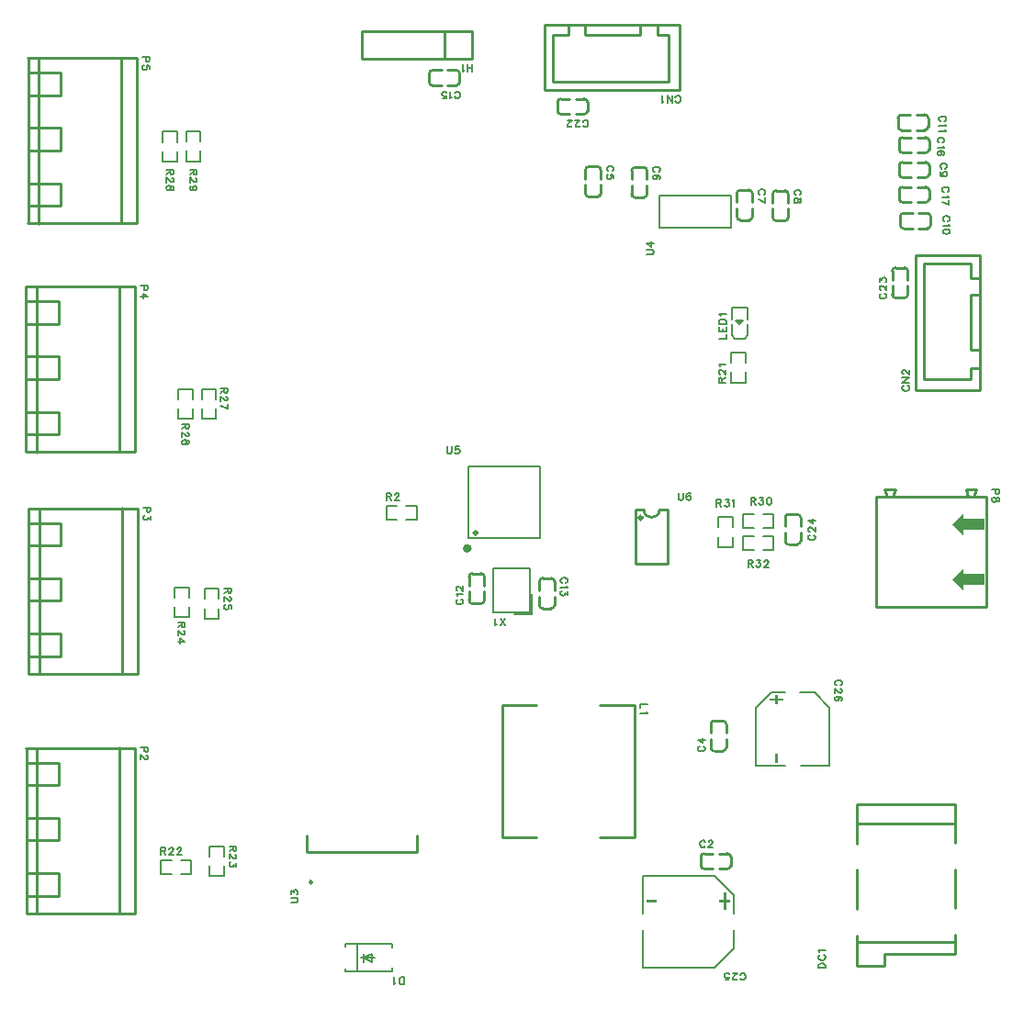
<source format=gto>
G04 Layer: TopSilkscreenLayer*
G04 EasyEDA Pro v2.2.40.8, 2025-07-27 07:59:39*
G04 Gerber Generator version 0.3*
G04 Scale: 100 percent, Rotated: No, Reflected: No*
G04 Dimensions in millimeters*
G04 Leading zeros omitted, absolute positions, 4 integers and 5 decimals*
G04 Generated by one-click*
%FSLAX45Y45*%
%MOMM*%
%ADD10C,0.1524*%
%ADD11C,0.254*%
%ADD12C,0.15199*%
%ADD13C,0.127*%
%ADD14C,0.14986*%
%ADD15C,0.2004*%
%ADD16C,0.2*%
%ADD17C,0.4*%
%ADD18C,0.3*%
G75*


G04 Text Start*
G54D10*
G01X6354006Y-7635353D02*
G01X6350958Y-7629003D01*
G01X6344608Y-7622907D01*
G01X6338512Y-7619859D01*
G01X6326066Y-7619859D01*
G01X6319970Y-7622907D01*
G01X6313620Y-7629003D01*
G01X6310572Y-7635353D01*
G01X6307524Y-7644497D01*
G01X6307524Y-7659991D01*
G01X6310572Y-7669389D01*
G01X6313620Y-7675485D01*
G01X6319970Y-7681835D01*
G01X6326066Y-7684883D01*
G01X6338512Y-7684883D01*
G01X6344608Y-7681835D01*
G01X6350958Y-7675485D01*
G01X6354006Y-7669389D01*
G01X6387280Y-7635353D02*
G01X6387280Y-7632305D01*
G01X6390328Y-7625955D01*
G01X6393376Y-7622907D01*
G01X6399472Y-7619859D01*
G01X6411918Y-7619859D01*
G01X6418268Y-7622907D01*
G01X6421316Y-7625955D01*
G01X6424364Y-7632305D01*
G01X6424364Y-7638401D01*
G01X6421316Y-7644497D01*
G01X6414966Y-7653895D01*
G01X6384232Y-7684883D01*
G01X6427412Y-7684883D01*
G01X6301853Y-6752394D02*
G01X6295503Y-6755442D01*
G01X6289407Y-6761792D01*
G01X6286359Y-6767888D01*
G01X6286359Y-6780334D01*
G01X6289407Y-6786430D01*
G01X6295503Y-6792780D01*
G01X6301853Y-6795828D01*
G01X6310997Y-6798876D01*
G01X6326491Y-6798876D01*
G01X6335889Y-6795828D01*
G01X6341985Y-6792780D01*
G01X6348335Y-6786430D01*
G01X6351383Y-6780334D01*
G01X6351383Y-6767888D01*
G01X6348335Y-6761792D01*
G01X6341985Y-6755442D01*
G01X6335889Y-6752394D01*
G01X6286359Y-6691434D02*
G01X6329539Y-6722168D01*
G01X6329539Y-6675940D01*
G01X6286359Y-6691434D02*
G01X6351383Y-6691434D01*
G01X5496323Y-1446900D02*
G01X5502673Y-1443852D01*
G01X5508769Y-1437502D01*
G01X5511817Y-1431406D01*
G01X5511817Y-1418960D01*
G01X5508769Y-1412864D01*
G01X5502673Y-1406514D01*
G01X5496323Y-1403466D01*
G01X5487179Y-1400418D01*
G01X5471685Y-1400418D01*
G01X5462287Y-1403466D01*
G01X5456191Y-1406514D01*
G01X5449841Y-1412864D01*
G01X5446793Y-1418960D01*
G01X5446793Y-1431406D01*
G01X5449841Y-1437502D01*
G01X5456191Y-1443852D01*
G01X5462287Y-1446900D01*
G01X5511817Y-1514210D02*
G01X5511817Y-1483222D01*
G01X5484131Y-1480174D01*
G01X5487179Y-1483222D01*
G01X5490227Y-1492366D01*
G01X5490227Y-1501764D01*
G01X5487179Y-1511162D01*
G01X5480829Y-1517258D01*
G01X5471685Y-1520306D01*
G01X5465335Y-1520306D01*
G01X5456191Y-1517258D01*
G01X5449841Y-1511162D01*
G01X5446793Y-1501764D01*
G01X5446793Y-1492366D01*
G01X5449841Y-1483222D01*
G01X5453143Y-1480174D01*
G01X5459239Y-1477126D01*
G01X5921925Y-1453403D02*
G01X5928275Y-1450355D01*
G01X5934371Y-1444005D01*
G01X5937419Y-1437909D01*
G01X5937419Y-1425463D01*
G01X5934371Y-1419367D01*
G01X5928275Y-1413017D01*
G01X5921925Y-1409969D01*
G01X5912781Y-1406921D01*
G01X5897287Y-1406921D01*
G01X5887889Y-1409969D01*
G01X5881793Y-1413017D01*
G01X5875443Y-1419367D01*
G01X5872395Y-1425463D01*
G01X5872395Y-1437909D01*
G01X5875443Y-1444005D01*
G01X5881793Y-1450355D01*
G01X5887889Y-1453403D01*
G01X5928275Y-1520713D02*
G01X5934371Y-1517665D01*
G01X5937419Y-1508267D01*
G01X5937419Y-1502171D01*
G01X5934371Y-1492773D01*
G01X5924973Y-1486677D01*
G01X5909733Y-1483629D01*
G01X5894239Y-1483629D01*
G01X5881793Y-1486677D01*
G01X5875443Y-1492773D01*
G01X5872395Y-1502171D01*
G01X5872395Y-1505219D01*
G01X5875443Y-1514363D01*
G01X5881793Y-1520713D01*
G01X5890937Y-1523761D01*
G01X5894239Y-1523761D01*
G01X5903383Y-1520713D01*
G01X5909733Y-1514363D01*
G01X5912781Y-1505219D01*
G01X5912781Y-1502171D01*
G01X5909733Y-1492773D01*
G01X5903383Y-1486677D01*
G01X5894239Y-1483629D01*
G01X6893323Y-1662495D02*
G01X6899673Y-1659447D01*
G01X6905769Y-1653097D01*
G01X6908817Y-1647001D01*
G01X6908817Y-1634555D01*
G01X6905769Y-1628459D01*
G01X6899673Y-1622109D01*
G01X6893323Y-1619061D01*
G01X6884179Y-1616013D01*
G01X6868685Y-1616013D01*
G01X6859287Y-1619061D01*
G01X6853191Y-1622109D01*
G01X6846841Y-1628459D01*
G01X6843793Y-1634555D01*
G01X6843793Y-1647001D01*
G01X6846841Y-1653097D01*
G01X6853191Y-1659447D01*
G01X6859287Y-1662495D01*
G01X6908817Y-1735901D02*
G01X6843793Y-1704913D01*
G01X6908817Y-1692721D02*
G01X6908817Y-1735901D01*
G01X7223771Y-1667744D02*
G01X7230121Y-1664696D01*
G01X7236217Y-1658346D01*
G01X7239265Y-1652250D01*
G01X7239265Y-1639804D01*
G01X7236217Y-1633708D01*
G01X7230121Y-1627358D01*
G01X7223771Y-1624310D01*
G01X7214627Y-1621262D01*
G01X7199133Y-1621262D01*
G01X7189735Y-1624310D01*
G01X7183639Y-1627358D01*
G01X7177289Y-1633708D01*
G01X7174241Y-1639804D01*
G01X7174241Y-1652250D01*
G01X7177289Y-1658346D01*
G01X7183639Y-1664696D01*
G01X7189735Y-1667744D01*
G01X7239265Y-1713210D02*
G01X7236217Y-1704066D01*
G01X7230121Y-1701018D01*
G01X7223771Y-1701018D01*
G01X7217675Y-1704066D01*
G01X7214627Y-1710162D01*
G01X7211579Y-1722608D01*
G01X7208277Y-1732006D01*
G01X7202181Y-1738102D01*
G01X7196085Y-1741150D01*
G01X7186687Y-1741150D01*
G01X7180591Y-1738102D01*
G01X7177289Y-1735054D01*
G01X7174241Y-1725656D01*
G01X7174241Y-1713210D01*
G01X7177289Y-1704066D01*
G01X7180591Y-1701018D01*
G01X7186687Y-1697970D01*
G01X7196085Y-1697970D01*
G01X7202181Y-1701018D01*
G01X7208277Y-1707114D01*
G01X7211579Y-1716512D01*
G01X7214627Y-1728704D01*
G01X7217675Y-1735054D01*
G01X7223771Y-1738102D01*
G01X7230121Y-1738102D01*
G01X7236217Y-1735054D01*
G01X7239265Y-1725656D01*
G01X7239265Y-1713210D01*
G01X8568685Y-1423166D02*
G01X8575035Y-1420118D01*
G01X8581131Y-1413768D01*
G01X8584179Y-1407672D01*
G01X8584179Y-1395226D01*
G01X8581131Y-1389130D01*
G01X8575035Y-1382780D01*
G01X8568685Y-1379732D01*
G01X8559541Y-1376684D01*
G01X8544047Y-1376684D01*
G01X8534649Y-1379732D01*
G01X8528553Y-1382780D01*
G01X8522203Y-1389130D01*
G01X8519155Y-1395226D01*
G01X8519155Y-1407672D01*
G01X8522203Y-1413768D01*
G01X8528553Y-1420118D01*
G01X8534649Y-1423166D01*
G01X8562589Y-1493524D02*
G01X8553191Y-1490476D01*
G01X8547095Y-1484126D01*
G01X8544047Y-1474982D01*
G01X8544047Y-1471934D01*
G01X8547095Y-1462536D01*
G01X8553191Y-1456440D01*
G01X8562589Y-1453392D01*
G01X8565637Y-1453392D01*
G01X8575035Y-1456440D01*
G01X8581131Y-1462536D01*
G01X8584179Y-1471934D01*
G01X8584179Y-1474982D01*
G01X8581131Y-1484126D01*
G01X8575035Y-1490476D01*
G01X8562589Y-1493524D01*
G01X8547095Y-1493524D01*
G01X8531601Y-1490476D01*
G01X8522203Y-1484126D01*
G01X8519155Y-1474982D01*
G01X8519155Y-1468632D01*
G01X8522203Y-1459488D01*
G01X8528553Y-1456440D01*
G01X4073001Y-5393494D02*
G01X4066651Y-5396542D01*
G01X4060555Y-5402892D01*
G01X4057507Y-5408988D01*
G01X4057507Y-5421434D01*
G01X4060555Y-5427530D01*
G01X4066651Y-5433880D01*
G01X4073001Y-5436928D01*
G01X4082145Y-5439976D01*
G01X4097639Y-5439976D01*
G01X4107037Y-5436928D01*
G01X4113133Y-5433880D01*
G01X4119483Y-5427530D01*
G01X4122531Y-5421434D01*
G01X4122531Y-5408988D01*
G01X4119483Y-5402892D01*
G01X4113133Y-5396542D01*
G01X4107037Y-5393494D01*
G01X4069953Y-5363268D02*
G01X4066651Y-5357172D01*
G01X4057507Y-5348028D01*
G01X4122531Y-5348028D01*
G01X4073001Y-5314754D02*
G01X4069953Y-5314754D01*
G01X4063603Y-5311706D01*
G01X4060555Y-5308658D01*
G01X4057507Y-5302562D01*
G01X4057507Y-5290116D01*
G01X4060555Y-5283766D01*
G01X4063603Y-5280718D01*
G01X4069953Y-5277670D01*
G01X4076049Y-5277670D01*
G01X4082145Y-5280718D01*
G01X4091543Y-5287068D01*
G01X4122531Y-5317802D01*
G01X4122531Y-5274622D01*
G01X5070999Y-5242608D02*
G01X5077349Y-5239560D01*
G01X5083445Y-5233210D01*
G01X5086493Y-5227114D01*
G01X5086493Y-5214668D01*
G01X5083445Y-5208572D01*
G01X5077349Y-5202222D01*
G01X5070999Y-5199174D01*
G01X5061855Y-5196126D01*
G01X5046361Y-5196126D01*
G01X5036963Y-5199174D01*
G01X5030867Y-5202222D01*
G01X5024517Y-5208572D01*
G01X5021469Y-5214668D01*
G01X5021469Y-5227114D01*
G01X5024517Y-5233210D01*
G01X5030867Y-5239560D01*
G01X5036963Y-5242608D01*
G01X5074047Y-5272834D02*
G01X5077349Y-5278930D01*
G01X5086493Y-5288074D01*
G01X5021469Y-5288074D01*
G01X5086493Y-5324396D02*
G01X5086493Y-5358432D01*
G01X5061855Y-5339890D01*
G01X5061855Y-5349034D01*
G01X5058807Y-5355384D01*
G01X5055505Y-5358432D01*
G01X5046361Y-5361480D01*
G01X5040011Y-5361480D01*
G01X5030867Y-5358432D01*
G01X5024517Y-5352336D01*
G01X5021469Y-5342938D01*
G01X5021469Y-5333540D01*
G01X5024517Y-5324396D01*
G01X5027819Y-5321348D01*
G01X5033915Y-5318300D01*
G01X4047289Y-761945D02*
G01X4050337Y-768295D01*
G01X4056687Y-774391D01*
G01X4062783Y-777439D01*
G01X4075229Y-777439D01*
G01X4081325Y-774391D01*
G01X4087675Y-768295D01*
G01X4090723Y-761945D01*
G01X4093771Y-752801D01*
G01X4093771Y-737307D01*
G01X4090723Y-727909D01*
G01X4087675Y-721813D01*
G01X4081325Y-715463D01*
G01X4075229Y-712415D01*
G01X4062783Y-712415D01*
G01X4056687Y-715463D01*
G01X4050337Y-721813D01*
G01X4047289Y-727909D01*
G01X4017063Y-764993D02*
G01X4010967Y-768295D01*
G01X4001823Y-777439D01*
G01X4001823Y-712415D01*
G01X3934513Y-777439D02*
G01X3965501Y-777439D01*
G01X3968549Y-749753D01*
G01X3965501Y-752801D01*
G01X3956357Y-755849D01*
G01X3946959Y-755849D01*
G01X3937561Y-752801D01*
G01X3931465Y-746451D01*
G01X3928417Y-737307D01*
G01X3928417Y-730957D01*
G01X3931465Y-721813D01*
G01X3937561Y-715463D01*
G01X3946959Y-712415D01*
G01X3956357Y-712415D01*
G01X3965501Y-715463D01*
G01X3968549Y-718765D01*
G01X3971597Y-724861D01*
G01X3576290Y-8944484D02*
G01X3576290Y-8879460D01*
G01X3576290Y-8944484D02*
G01X3554700Y-8944484D01*
G01X3545302Y-8941436D01*
G01X3539206Y-8935340D01*
G01X3536158Y-8928990D01*
G01X3532856Y-8919846D01*
G01X3532856Y-8904352D01*
G01X3536158Y-8894954D01*
G01X3539206Y-8888858D01*
G01X3545302Y-8882508D01*
G01X3554700Y-8879460D01*
G01X3576290Y-8879460D01*
G01X3502630Y-8932038D02*
G01X3496534Y-8935340D01*
G01X3487390Y-8944484D01*
G01X3487390Y-8879460D01*
G01X4208780Y-528629D02*
G01X4208780Y-463605D01*
G01X4165346Y-528629D02*
G01X4165346Y-463605D01*
G01X4208780Y-497641D02*
G01X4165346Y-497641D01*
G01X4135120Y-516183D02*
G01X4129024Y-519485D01*
G01X4119880Y-528629D01*
G01X4119880Y-463605D01*
G01X5821934Y-6362629D02*
G01X5756910Y-6362629D01*
G01X5756910Y-6362629D02*
G01X5756910Y-6399713D01*
G01X5809488Y-6429939D02*
G01X5812790Y-6436035D01*
G01X5821934Y-6445179D01*
G01X5756910Y-6445179D01*
G01X6482890Y-2992103D02*
G01X6547914Y-2992103D01*
G01X6547914Y-2992103D02*
G01X6547914Y-2955019D01*
G01X6482890Y-2924793D02*
G01X6547914Y-2924793D01*
G01X6482890Y-2924793D02*
G01X6482890Y-2884661D01*
G01X6513878Y-2924793D02*
G01X6513878Y-2900155D01*
G01X6547914Y-2924793D02*
G01X6547914Y-2884661D01*
G01X6482890Y-2854435D02*
G01X6547914Y-2854435D01*
G01X6482890Y-2854435D02*
G01X6482890Y-2832845D01*
G01X6485938Y-2823701D01*
G01X6492034Y-2817351D01*
G01X6498384Y-2814303D01*
G01X6507528Y-2811255D01*
G01X6523022Y-2811255D01*
G01X6532420Y-2814303D01*
G01X6538516Y-2817351D01*
G01X6544866Y-2823701D01*
G01X6547914Y-2832845D01*
G01X6547914Y-2854435D01*
G01X6495336Y-2781029D02*
G01X6492034Y-2774933D01*
G01X6482890Y-2765789D01*
G01X6547914Y-2765789D01*
G01X3417491Y-4416786D02*
G01X3417491Y-4481810D01*
G01X3417491Y-4416786D02*
G01X3445431Y-4416786D01*
G01X3454575Y-4419834D01*
G01X3457623Y-4422882D01*
G01X3460925Y-4429232D01*
G01X3460925Y-4435328D01*
G01X3457623Y-4441424D01*
G01X3454575Y-4444472D01*
G01X3445431Y-4447774D01*
G01X3417491Y-4447774D01*
G01X3439081Y-4447774D02*
G01X3460925Y-4481810D01*
G01X3494199Y-4432280D02*
G01X3494199Y-4429232D01*
G01X3497247Y-4422882D01*
G01X3500295Y-4419834D01*
G01X3506391Y-4416786D01*
G01X3518837Y-4416786D01*
G01X3525187Y-4419834D01*
G01X3528235Y-4422882D01*
G01X3531283Y-4429232D01*
G01X3531283Y-4435328D01*
G01X3528235Y-4441424D01*
G01X3521885Y-4450822D01*
G01X3491151Y-4481810D01*
G01X3534331Y-4481810D01*
G01X6478933Y-3395914D02*
G01X6543957Y-3395914D01*
G01X6478933Y-3395914D02*
G01X6478933Y-3367974D01*
G01X6481981Y-3358830D01*
G01X6485029Y-3355782D01*
G01X6491379Y-3352480D01*
G01X6497475Y-3352480D01*
G01X6503571Y-3355782D01*
G01X6506619Y-3358830D01*
G01X6509921Y-3367974D01*
G01X6509921Y-3395914D01*
G01X6509921Y-3374324D02*
G01X6543957Y-3352480D01*
G01X6494427Y-3319206D02*
G01X6491379Y-3319206D01*
G01X6485029Y-3316158D01*
G01X6481981Y-3313110D01*
G01X6478933Y-3307014D01*
G01X6478933Y-3294568D01*
G01X6481981Y-3288218D01*
G01X6485029Y-3285170D01*
G01X6491379Y-3282122D01*
G01X6497475Y-3282122D01*
G01X6503571Y-3285170D01*
G01X6512969Y-3291520D01*
G01X6543957Y-3322254D01*
G01X6543957Y-3279074D01*
G01X6491379Y-3248848D02*
G01X6488077Y-3242752D01*
G01X6478933Y-3233608D01*
G01X6543957Y-3233608D01*
G01X2534666Y-8193154D02*
G01X2581148Y-8193154D01*
G01X2590292Y-8190106D01*
G01X2596642Y-8183756D01*
G01X2599690Y-8174612D01*
G01X2599690Y-8168262D01*
G01X2596642Y-8159118D01*
G01X2590292Y-8153022D01*
G01X2581148Y-8149720D01*
G01X2534666Y-8149720D01*
G01X2534666Y-8113398D02*
G01X2534666Y-8079362D01*
G01X2559304Y-8097904D01*
G01X2559304Y-8088760D01*
G01X2562352Y-8082410D01*
G01X2565654Y-8079362D01*
G01X2574798Y-8076314D01*
G01X2581148Y-8076314D01*
G01X2590292Y-8079362D01*
G01X2596642Y-8085458D01*
G01X2599690Y-8094856D01*
G01X2599690Y-8104254D01*
G01X2596642Y-8113398D01*
G01X2593340Y-8116446D01*
G01X2587244Y-8119494D01*
G01X5813797Y-2217262D02*
G01X5860279Y-2217262D01*
G01X5869423Y-2214214D01*
G01X5875773Y-2207864D01*
G01X5878821Y-2198720D01*
G01X5878821Y-2192370D01*
G01X5875773Y-2183226D01*
G01X5869423Y-2177130D01*
G01X5860279Y-2173828D01*
G01X5813797Y-2173828D01*
G01X5813797Y-2112868D02*
G01X5856977Y-2143602D01*
G01X5856977Y-2097374D01*
G01X5813797Y-2112868D02*
G01X5878821Y-2112868D01*
G01X3974220Y-3986666D02*
G01X3974220Y-4033148D01*
G01X3977268Y-4042292D01*
G01X3983618Y-4048642D01*
G01X3992762Y-4051690D01*
G01X3999112Y-4051690D01*
G01X4008256Y-4048642D01*
G01X4014352Y-4042292D01*
G01X4017654Y-4033148D01*
G01X4017654Y-3986666D01*
G01X4084964Y-3986666D02*
G01X4053976Y-3986666D01*
G01X4050928Y-4014352D01*
G01X4053976Y-4011304D01*
G01X4063120Y-4008256D01*
G01X4072518Y-4008256D01*
G01X4081916Y-4011304D01*
G01X4088012Y-4017654D01*
G01X4091060Y-4026798D01*
G01X4091060Y-4033148D01*
G01X4088012Y-4042292D01*
G01X4081916Y-4048642D01*
G01X4072518Y-4051690D01*
G01X4063120Y-4051690D01*
G01X4053976Y-4048642D01*
G01X4050928Y-4045340D01*
G01X4047880Y-4039244D01*
G01X4508498Y-5637784D02*
G01X4465064Y-5572760D01*
G01X4465064Y-5637784D02*
G01X4508498Y-5572760D01*
G01X4434838Y-5625338D02*
G01X4428742Y-5628640D01*
G01X4419598Y-5637784D01*
G01X4419598Y-5572760D01*
G01X5228389Y-1026051D02*
G01X5231437Y-1032401D01*
G01X5237787Y-1038497D01*
G01X5243883Y-1041545D01*
G01X5256329Y-1041545D01*
G01X5262425Y-1038497D01*
G01X5268775Y-1032401D01*
G01X5271823Y-1026051D01*
G01X5274871Y-1016907D01*
G01X5274871Y-1001413D01*
G01X5271823Y-992015D01*
G01X5268775Y-985919D01*
G01X5262425Y-979569D01*
G01X5256329Y-976521D01*
G01X5243883Y-976521D01*
G01X5237787Y-979569D01*
G01X5231437Y-985919D01*
G01X5228389Y-992015D01*
G01X5195115Y-1026051D02*
G01X5195115Y-1029099D01*
G01X5192067Y-1035449D01*
G01X5189019Y-1038497D01*
G01X5182923Y-1041545D01*
G01X5170477Y-1041545D01*
G01X5164127Y-1038497D01*
G01X5161079Y-1035449D01*
G01X5158031Y-1029099D01*
G01X5158031Y-1023003D01*
G01X5161079Y-1016907D01*
G01X5167429Y-1007509D01*
G01X5198163Y-976521D01*
G01X5154983Y-976521D01*
G01X5121709Y-1026051D02*
G01X5121709Y-1029099D01*
G01X5118661Y-1035449D01*
G01X5115613Y-1038497D01*
G01X5109517Y-1041545D01*
G01X5097071Y-1041545D01*
G01X5090721Y-1038497D01*
G01X5087673Y-1035449D01*
G01X5084625Y-1029099D01*
G01X5084625Y-1023003D01*
G01X5087673Y-1016907D01*
G01X5094023Y-1007509D01*
G01X5124757Y-976521D01*
G01X5081577Y-976521D01*
G01X7975655Y-2574089D02*
G01X7969305Y-2577137D01*
G01X7963209Y-2583487D01*
G01X7960161Y-2589583D01*
G01X7960161Y-2602029D01*
G01X7963209Y-2608125D01*
G01X7969305Y-2614475D01*
G01X7975655Y-2617523D01*
G01X7984799Y-2620571D01*
G01X8000293Y-2620571D01*
G01X8009691Y-2617523D01*
G01X8015787Y-2614475D01*
G01X8022137Y-2608125D01*
G01X8025185Y-2602029D01*
G01X8025185Y-2589583D01*
G01X8022137Y-2583487D01*
G01X8015787Y-2577137D01*
G01X8009691Y-2574089D01*
G01X7975655Y-2540815D02*
G01X7972607Y-2540815D01*
G01X7966257Y-2537767D01*
G01X7963209Y-2534719D01*
G01X7960161Y-2528623D01*
G01X7960161Y-2516177D01*
G01X7963209Y-2509827D01*
G01X7966257Y-2506779D01*
G01X7972607Y-2503731D01*
G01X7978703Y-2503731D01*
G01X7984799Y-2506779D01*
G01X7994197Y-2513129D01*
G01X8025185Y-2543863D01*
G01X8025185Y-2500683D01*
G01X7960161Y-2464361D02*
G01X7960161Y-2430325D01*
G01X7984799Y-2448867D01*
G01X7984799Y-2439723D01*
G01X7987847Y-2433373D01*
G01X7991149Y-2430325D01*
G01X8000293Y-2427277D01*
G01X8006643Y-2427277D01*
G01X8015787Y-2430325D01*
G01X8022137Y-2436421D01*
G01X8025185Y-2445819D01*
G01X8025185Y-2455217D01*
G01X8022137Y-2464361D01*
G01X8018835Y-2467409D01*
G01X8012739Y-2470457D01*
G01X7319010Y-4801489D02*
G01X7312660Y-4804537D01*
G01X7306564Y-4810887D01*
G01X7303516Y-4816983D01*
G01X7303516Y-4829429D01*
G01X7306564Y-4835525D01*
G01X7312660Y-4841875D01*
G01X7319010Y-4844923D01*
G01X7328154Y-4847971D01*
G01X7343648Y-4847971D01*
G01X7353046Y-4844923D01*
G01X7359142Y-4841875D01*
G01X7365492Y-4835525D01*
G01X7368540Y-4829429D01*
G01X7368540Y-4816983D01*
G01X7365492Y-4810887D01*
G01X7359142Y-4804537D01*
G01X7353046Y-4801489D01*
G01X7319010Y-4768215D02*
G01X7315962Y-4768215D01*
G01X7309612Y-4765167D01*
G01X7306564Y-4762119D01*
G01X7303516Y-4756023D01*
G01X7303516Y-4743577D01*
G01X7306564Y-4737227D01*
G01X7309612Y-4734179D01*
G01X7315962Y-4731131D01*
G01X7322058Y-4731131D01*
G01X7328154Y-4734179D01*
G01X7337552Y-4740529D01*
G01X7368540Y-4771263D01*
G01X7368540Y-4728083D01*
G01X7303516Y-4667123D02*
G01X7346696Y-4697857D01*
G01X7346696Y-4651629D01*
G01X7303516Y-4667123D02*
G01X7368540Y-4667123D01*
G01X6079644Y-798888D02*
G01X6082692Y-805238D01*
G01X6089042Y-811334D01*
G01X6095138Y-814382D01*
G01X6107584Y-814382D01*
G01X6113680Y-811334D01*
G01X6120030Y-805238D01*
G01X6123078Y-798888D01*
G01X6126126Y-789744D01*
G01X6126126Y-774250D01*
G01X6123078Y-764852D01*
G01X6120030Y-758756D01*
G01X6113680Y-752406D01*
G01X6107584Y-749358D01*
G01X6095138Y-749358D01*
G01X6089042Y-752406D01*
G01X6082692Y-758756D01*
G01X6079644Y-764852D01*
G01X6049418Y-814382D02*
G01X6049418Y-749358D01*
G01X6049418Y-814382D02*
G01X6006238Y-749358D01*
G01X6006238Y-814382D02*
G01X6006238Y-749358D01*
G01X5976012Y-801936D02*
G01X5969916Y-805238D01*
G01X5960772Y-814382D01*
G01X5960772Y-749358D01*
G01X8186365Y-3425698D02*
G01X8180015Y-3428746D01*
G01X8173919Y-3435096D01*
G01X8170871Y-3441192D01*
G01X8170871Y-3453638D01*
G01X8173919Y-3459734D01*
G01X8180015Y-3466084D01*
G01X8186365Y-3469132D01*
G01X8195509Y-3472180D01*
G01X8211003Y-3472180D01*
G01X8220401Y-3469132D01*
G01X8226497Y-3466084D01*
G01X8232847Y-3459734D01*
G01X8235895Y-3453638D01*
G01X8235895Y-3441192D01*
G01X8232847Y-3435096D01*
G01X8226497Y-3428746D01*
G01X8220401Y-3425698D01*
G01X8170871Y-3395472D02*
G01X8235895Y-3395472D01*
G01X8170871Y-3395472D02*
G01X8235895Y-3352292D01*
G01X8170871Y-3352292D02*
G01X8235895Y-3352292D01*
G01X8186365Y-3319018D02*
G01X8183317Y-3319018D01*
G01X8176967Y-3315970D01*
G01X8173919Y-3312922D01*
G01X8170871Y-3306826D01*
G01X8170871Y-3294380D01*
G01X8173919Y-3288030D01*
G01X8176967Y-3284982D01*
G01X8183317Y-3281934D01*
G01X8189413Y-3281934D01*
G01X8195509Y-3284982D01*
G01X8204907Y-3291332D01*
G01X8235895Y-3322066D01*
G01X8235895Y-3278886D01*
G01X1216744Y-6757943D02*
G01X1151720Y-6757943D01*
G01X1216744Y-6757943D02*
G01X1216744Y-6785883D01*
G01X1213696Y-6795027D01*
G01X1210648Y-6798075D01*
G01X1204298Y-6801377D01*
G01X1195154Y-6801377D01*
G01X1189058Y-6798075D01*
G01X1185756Y-6795027D01*
G01X1182708Y-6785883D01*
G01X1182708Y-6757943D01*
G01X1201250Y-6834651D02*
G01X1204298Y-6834651D01*
G01X1210648Y-6837699D01*
G01X1213696Y-6840747D01*
G01X1216744Y-6846843D01*
G01X1216744Y-6859289D01*
G01X1213696Y-6865639D01*
G01X1210648Y-6868687D01*
G01X1204298Y-6871735D01*
G01X1198202Y-6871735D01*
G01X1192106Y-6868687D01*
G01X1182708Y-6862337D01*
G01X1151720Y-6831603D01*
G01X1151720Y-6874783D01*
G01X1213632Y-2503443D02*
G01X1148608Y-2503443D01*
G01X1213632Y-2503443D02*
G01X1213632Y-2531383D01*
G01X1210584Y-2540527D01*
G01X1207536Y-2543575D01*
G01X1201186Y-2546877D01*
G01X1192042Y-2546877D01*
G01X1185946Y-2543575D01*
G01X1182644Y-2540527D01*
G01X1179596Y-2531383D01*
G01X1179596Y-2503443D01*
G01X1213632Y-2607837D02*
G01X1170452Y-2577103D01*
G01X1170452Y-2623331D01*
G01X1213632Y-2607837D02*
G01X1148608Y-2607837D01*
G01X1231465Y-395243D02*
G01X1166441Y-395243D01*
G01X1231465Y-395243D02*
G01X1231465Y-423183D01*
G01X1228417Y-432327D01*
G01X1225369Y-435375D01*
G01X1219019Y-438677D01*
G01X1209875Y-438677D01*
G01X1203779Y-435375D01*
G01X1200477Y-432327D01*
G01X1197429Y-423183D01*
G01X1197429Y-395243D01*
G01X1231465Y-505987D02*
G01X1231465Y-474999D01*
G01X1203779Y-471951D01*
G01X1206827Y-474999D01*
G01X1209875Y-484143D01*
G01X1209875Y-493541D01*
G01X1206827Y-502939D01*
G01X1200477Y-509035D01*
G01X1191333Y-512083D01*
G01X1184983Y-512083D01*
G01X1175839Y-509035D01*
G01X1169489Y-502939D01*
G01X1166441Y-493541D01*
G01X1166441Y-484143D01*
G01X1169489Y-474999D01*
G01X1172791Y-471951D01*
G01X1178887Y-468903D01*
G01X9064847Y-4380354D02*
G01X8999823Y-4380354D01*
G01X9064847Y-4380354D02*
G01X9064847Y-4408294D01*
G01X9061799Y-4417438D01*
G01X9058751Y-4420486D01*
G01X9052401Y-4423788D01*
G01X9043257Y-4423788D01*
G01X9037161Y-4420486D01*
G01X9033859Y-4417438D01*
G01X9030811Y-4408294D01*
G01X9030811Y-4380354D01*
G01X9064847Y-4469254D02*
G01X9061799Y-4460110D01*
G01X9055703Y-4457062D01*
G01X9049353Y-4457062D01*
G01X9043257Y-4460110D01*
G01X9040209Y-4466206D01*
G01X9037161Y-4478652D01*
G01X9033859Y-4488050D01*
G01X9027763Y-4494146D01*
G01X9021667Y-4497194D01*
G01X9012269Y-4497194D01*
G01X9006173Y-4494146D01*
G01X9002871Y-4491098D01*
G01X8999823Y-4481700D01*
G01X8999823Y-4469254D01*
G01X9002871Y-4460110D01*
G01X9006173Y-4457062D01*
G01X9012269Y-4454014D01*
G01X9021667Y-4454014D01*
G01X9027763Y-4457062D01*
G01X9033859Y-4463158D01*
G01X9037161Y-4472556D01*
G01X9040209Y-4484748D01*
G01X9043257Y-4491098D01*
G01X9049353Y-4494146D01*
G01X9055703Y-4494146D01*
G01X9061799Y-4491098D01*
G01X9064847Y-4481700D01*
G01X9064847Y-4469254D01*
G01X1337017Y-7685471D02*
G01X1337017Y-7750495D01*
G01X1337017Y-7685471D02*
G01X1364957Y-7685471D01*
G01X1374101Y-7688519D01*
G01X1377149Y-7691567D01*
G01X1380451Y-7697917D01*
G01X1380451Y-7704013D01*
G01X1377149Y-7710109D01*
G01X1374101Y-7713157D01*
G01X1364957Y-7716459D01*
G01X1337017Y-7716459D01*
G01X1358607Y-7716459D02*
G01X1380451Y-7750495D01*
G01X1413725Y-7700965D02*
G01X1413725Y-7697917D01*
G01X1416773Y-7691567D01*
G01X1419821Y-7688519D01*
G01X1425917Y-7685471D01*
G01X1438363Y-7685471D01*
G01X1444713Y-7688519D01*
G01X1447761Y-7691567D01*
G01X1450809Y-7697917D01*
G01X1450809Y-7704013D01*
G01X1447761Y-7710109D01*
G01X1441411Y-7719507D01*
G01X1410677Y-7750495D01*
G01X1453857Y-7750495D01*
G01X1487131Y-7700965D02*
G01X1487131Y-7697917D01*
G01X1490179Y-7691567D01*
G01X1493227Y-7688519D01*
G01X1499323Y-7685471D01*
G01X1511769Y-7685471D01*
G01X1518119Y-7688519D01*
G01X1521167Y-7691567D01*
G01X1524215Y-7697917D01*
G01X1524215Y-7704013D01*
G01X1521167Y-7710109D01*
G01X1514817Y-7719507D01*
G01X1484083Y-7750495D01*
G01X1527263Y-7750495D01*
G01X2032361Y-7671991D02*
G01X1967337Y-7671991D01*
G01X2032361Y-7671991D02*
G01X2032361Y-7699931D01*
G01X2029313Y-7709075D01*
G01X2026265Y-7712123D01*
G01X2019915Y-7715425D01*
G01X2013819Y-7715425D01*
G01X2007723Y-7712123D01*
G01X2004675Y-7709075D01*
G01X2001373Y-7699931D01*
G01X2001373Y-7671991D01*
G01X2001373Y-7693581D02*
G01X1967337Y-7715425D01*
G01X2016867Y-7748699D02*
G01X2019915Y-7748699D01*
G01X2026265Y-7751747D01*
G01X2029313Y-7754795D01*
G01X2032361Y-7760891D01*
G01X2032361Y-7773337D01*
G01X2029313Y-7779687D01*
G01X2026265Y-7782735D01*
G01X2019915Y-7785783D01*
G01X2013819Y-7785783D01*
G01X2007723Y-7782735D01*
G01X1998325Y-7776385D01*
G01X1967337Y-7745651D01*
G01X1967337Y-7788831D01*
G01X2032361Y-7825153D02*
G01X2032361Y-7859189D01*
G01X2007723Y-7840647D01*
G01X2007723Y-7849791D01*
G01X2004675Y-7856141D01*
G01X2001373Y-7859189D01*
G01X1992229Y-7862237D01*
G01X1985879Y-7862237D01*
G01X1976735Y-7859189D01*
G01X1970385Y-7853093D01*
G01X1967337Y-7843695D01*
G01X1967337Y-7834297D01*
G01X1970385Y-7825153D01*
G01X1973687Y-7822105D01*
G01X1979783Y-7819057D01*
G01X1593492Y-3779520D02*
G01X1528468Y-3779520D01*
G01X1593492Y-3779520D02*
G01X1593492Y-3807460D01*
G01X1590444Y-3816604D01*
G01X1587396Y-3819652D01*
G01X1581046Y-3822954D01*
G01X1574950Y-3822954D01*
G01X1568854Y-3819652D01*
G01X1565806Y-3816604D01*
G01X1562504Y-3807460D01*
G01X1562504Y-3779520D01*
G01X1562504Y-3801110D02*
G01X1528468Y-3822954D01*
G01X1577998Y-3856228D02*
G01X1581046Y-3856228D01*
G01X1587396Y-3859276D01*
G01X1590444Y-3862324D01*
G01X1593492Y-3868420D01*
G01X1593492Y-3880866D01*
G01X1590444Y-3887216D01*
G01X1587396Y-3890264D01*
G01X1581046Y-3893312D01*
G01X1574950Y-3893312D01*
G01X1568854Y-3890264D01*
G01X1559456Y-3883914D01*
G01X1528468Y-3853180D01*
G01X1528468Y-3896360D01*
G01X1584348Y-3963670D02*
G01X1590444Y-3960622D01*
G01X1593492Y-3951224D01*
G01X1593492Y-3945128D01*
G01X1590444Y-3935730D01*
G01X1581046Y-3929634D01*
G01X1565806Y-3926586D01*
G01X1550312Y-3926586D01*
G01X1537866Y-3929634D01*
G01X1531516Y-3935730D01*
G01X1528468Y-3945128D01*
G01X1528468Y-3948176D01*
G01X1531516Y-3957320D01*
G01X1537866Y-3963670D01*
G01X1547010Y-3966718D01*
G01X1550312Y-3966718D01*
G01X1559456Y-3963670D01*
G01X1565806Y-3957320D01*
G01X1568854Y-3948176D01*
G01X1568854Y-3945128D01*
G01X1565806Y-3935730D01*
G01X1559456Y-3929634D01*
G01X1550312Y-3926586D01*
G01X1949092Y-3449320D02*
G01X1884068Y-3449320D01*
G01X1949092Y-3449320D02*
G01X1949092Y-3477260D01*
G01X1946044Y-3486404D01*
G01X1942996Y-3489452D01*
G01X1936646Y-3492754D01*
G01X1930550Y-3492754D01*
G01X1924454Y-3489452D01*
G01X1921406Y-3486404D01*
G01X1918104Y-3477260D01*
G01X1918104Y-3449320D01*
G01X1918104Y-3470910D02*
G01X1884068Y-3492754D01*
G01X1933598Y-3526028D02*
G01X1936646Y-3526028D01*
G01X1942996Y-3529076D01*
G01X1946044Y-3532124D01*
G01X1949092Y-3538220D01*
G01X1949092Y-3550666D01*
G01X1946044Y-3557016D01*
G01X1942996Y-3560064D01*
G01X1936646Y-3563112D01*
G01X1930550Y-3563112D01*
G01X1924454Y-3560064D01*
G01X1915056Y-3553714D01*
G01X1884068Y-3522980D01*
G01X1884068Y-3566160D01*
G01X1949092Y-3639566D02*
G01X1884068Y-3608578D01*
G01X1949092Y-3596386D02*
G01X1949092Y-3639566D01*
G01X1452575Y-1433546D02*
G01X1387551Y-1433546D01*
G01X1452575Y-1433546D02*
G01X1452575Y-1461486D01*
G01X1449527Y-1470630D01*
G01X1446479Y-1473678D01*
G01X1440129Y-1476980D01*
G01X1434033Y-1476980D01*
G01X1427937Y-1473678D01*
G01X1424889Y-1470630D01*
G01X1421587Y-1461486D01*
G01X1421587Y-1433546D01*
G01X1421587Y-1455136D02*
G01X1387551Y-1476980D01*
G01X1437081Y-1510254D02*
G01X1440129Y-1510254D01*
G01X1446479Y-1513302D01*
G01X1449527Y-1516350D01*
G01X1452575Y-1522446D01*
G01X1452575Y-1534892D01*
G01X1449527Y-1541242D01*
G01X1446479Y-1544290D01*
G01X1440129Y-1547338D01*
G01X1434033Y-1547338D01*
G01X1427937Y-1544290D01*
G01X1418539Y-1537940D01*
G01X1387551Y-1507206D01*
G01X1387551Y-1550386D01*
G01X1452575Y-1595852D02*
G01X1449527Y-1586708D01*
G01X1443431Y-1583660D01*
G01X1437081Y-1583660D01*
G01X1430985Y-1586708D01*
G01X1427937Y-1592804D01*
G01X1424889Y-1605250D01*
G01X1421587Y-1614648D01*
G01X1415491Y-1620744D01*
G01X1409395Y-1623792D01*
G01X1399997Y-1623792D01*
G01X1393901Y-1620744D01*
G01X1390599Y-1617696D01*
G01X1387551Y-1608298D01*
G01X1387551Y-1595852D01*
G01X1390599Y-1586708D01*
G01X1393901Y-1583660D01*
G01X1399997Y-1580612D01*
G01X1409395Y-1580612D01*
G01X1415491Y-1583660D01*
G01X1421587Y-1589756D01*
G01X1424889Y-1599154D01*
G01X1427937Y-1611346D01*
G01X1430985Y-1617696D01*
G01X1437081Y-1620744D01*
G01X1443431Y-1620744D01*
G01X1449527Y-1617696D01*
G01X1452575Y-1608298D01*
G01X1452575Y-1595852D01*
G01X1668475Y-1433546D02*
G01X1603451Y-1433546D01*
G01X1668475Y-1433546D02*
G01X1668475Y-1461486D01*
G01X1665427Y-1470630D01*
G01X1662379Y-1473678D01*
G01X1656029Y-1476980D01*
G01X1649933Y-1476980D01*
G01X1643837Y-1473678D01*
G01X1640789Y-1470630D01*
G01X1637487Y-1461486D01*
G01X1637487Y-1433546D01*
G01X1637487Y-1455136D02*
G01X1603451Y-1476980D01*
G01X1652981Y-1510254D02*
G01X1656029Y-1510254D01*
G01X1662379Y-1513302D01*
G01X1665427Y-1516350D01*
G01X1668475Y-1522446D01*
G01X1668475Y-1534892D01*
G01X1665427Y-1541242D01*
G01X1662379Y-1544290D01*
G01X1656029Y-1547338D01*
G01X1649933Y-1547338D01*
G01X1643837Y-1544290D01*
G01X1634439Y-1537940D01*
G01X1603451Y-1507206D01*
G01X1603451Y-1550386D01*
G01X1646885Y-1620744D02*
G01X1637487Y-1617696D01*
G01X1631391Y-1611346D01*
G01X1628343Y-1602202D01*
G01X1628343Y-1599154D01*
G01X1631391Y-1589756D01*
G01X1637487Y-1583660D01*
G01X1646885Y-1580612D01*
G01X1649933Y-1580612D01*
G01X1659331Y-1583660D01*
G01X1665427Y-1589756D01*
G01X1668475Y-1599154D01*
G01X1668475Y-1602202D01*
G01X1665427Y-1611346D01*
G01X1659331Y-1617696D01*
G01X1646885Y-1620744D01*
G01X1631391Y-1620744D01*
G01X1615897Y-1617696D01*
G01X1606499Y-1611346D01*
G01X1603451Y-1602202D01*
G01X1603451Y-1595852D01*
G01X1606499Y-1586708D01*
G01X1612849Y-1583660D01*
G01X6459347Y-4475146D02*
G01X6459347Y-4540170D01*
G01X6459347Y-4475146D02*
G01X6487287Y-4475146D01*
G01X6496431Y-4478194D01*
G01X6499479Y-4481242D01*
G01X6502781Y-4487592D01*
G01X6502781Y-4493688D01*
G01X6499479Y-4499784D01*
G01X6496431Y-4502832D01*
G01X6487287Y-4506134D01*
G01X6459347Y-4506134D01*
G01X6480937Y-4506134D02*
G01X6502781Y-4540170D01*
G01X6539103Y-4475146D02*
G01X6573139Y-4475146D01*
G01X6554597Y-4499784D01*
G01X6563741Y-4499784D01*
G01X6570091Y-4502832D01*
G01X6573139Y-4506134D01*
G01X6576187Y-4515278D01*
G01X6576187Y-4521628D01*
G01X6573139Y-4530772D01*
G01X6567043Y-4537122D01*
G01X6557645Y-4540170D01*
G01X6548247Y-4540170D01*
G01X6539103Y-4537122D01*
G01X6536055Y-4533820D01*
G01X6533007Y-4527724D01*
G01X6606413Y-4487592D02*
G01X6612509Y-4484290D01*
G01X6621653Y-4475146D01*
G01X6621653Y-4540170D01*
G01X6107899Y-4415714D02*
G01X6107899Y-4462196D01*
G01X6110947Y-4471340D01*
G01X6117297Y-4477690D01*
G01X6126441Y-4480738D01*
G01X6132791Y-4480738D01*
G01X6141935Y-4477690D01*
G01X6148031Y-4471340D01*
G01X6151333Y-4462196D01*
G01X6151333Y-4415714D01*
G01X6218643Y-4424858D02*
G01X6215595Y-4418762D01*
G01X6206197Y-4415714D01*
G01X6200101Y-4415714D01*
G01X6190703Y-4418762D01*
G01X6184607Y-4428160D01*
G01X6181559Y-4443400D01*
G01X6181559Y-4458894D01*
G01X6184607Y-4471340D01*
G01X6190703Y-4477690D01*
G01X6200101Y-4480738D01*
G01X6203149Y-4480738D01*
G01X6212293Y-4477690D01*
G01X6218643Y-4471340D01*
G01X6221691Y-4462196D01*
G01X6221691Y-4458894D01*
G01X6218643Y-4449750D01*
G01X6212293Y-4443400D01*
G01X6203149Y-4440352D01*
G01X6200101Y-4440352D01*
G01X6190703Y-4443400D01*
G01X6184607Y-4449750D01*
G01X6181559Y-4458894D01*
G01X6680218Y-8890983D02*
G01X6683266Y-8897333D01*
G01X6689616Y-8903429D01*
G01X6695712Y-8906477D01*
G01X6708158Y-8906477D01*
G01X6714254Y-8903429D01*
G01X6720604Y-8897333D01*
G01X6723652Y-8890983D01*
G01X6726700Y-8881839D01*
G01X6726700Y-8866345D01*
G01X6723652Y-8856947D01*
G01X6720604Y-8850851D01*
G01X6714254Y-8844501D01*
G01X6708158Y-8841453D01*
G01X6695712Y-8841453D01*
G01X6689616Y-8844501D01*
G01X6683266Y-8850851D01*
G01X6680218Y-8856947D01*
G01X6646944Y-8890983D02*
G01X6646944Y-8894031D01*
G01X6643896Y-8900381D01*
G01X6640848Y-8903429D01*
G01X6634752Y-8906477D01*
G01X6622306Y-8906477D01*
G01X6615956Y-8903429D01*
G01X6612908Y-8900381D01*
G01X6609860Y-8894031D01*
G01X6609860Y-8887935D01*
G01X6612908Y-8881839D01*
G01X6619258Y-8872441D01*
G01X6649992Y-8841453D01*
G01X6606812Y-8841453D01*
G01X6539502Y-8906477D02*
G01X6570490Y-8906477D01*
G01X6573538Y-8878791D01*
G01X6570490Y-8881839D01*
G01X6561346Y-8884887D01*
G01X6551948Y-8884887D01*
G01X6542550Y-8881839D01*
G01X6536454Y-8875489D01*
G01X6533406Y-8866345D01*
G01X6533406Y-8859995D01*
G01X6536454Y-8850851D01*
G01X6542550Y-8844501D01*
G01X6551948Y-8841453D01*
G01X6561346Y-8841453D01*
G01X6570490Y-8844501D01*
G01X6573538Y-8847803D01*
G01X6576586Y-8853899D01*
G01X7599502Y-6188398D02*
G01X7605852Y-6185350D01*
G01X7611948Y-6179000D01*
G01X7614996Y-6172904D01*
G01X7614996Y-6160458D01*
G01X7611948Y-6154362D01*
G01X7605852Y-6148012D01*
G01X7599502Y-6144964D01*
G01X7590358Y-6141916D01*
G01X7574864Y-6141916D01*
G01X7565466Y-6144964D01*
G01X7559370Y-6148012D01*
G01X7553020Y-6154362D01*
G01X7549972Y-6160458D01*
G01X7549972Y-6172904D01*
G01X7553020Y-6179000D01*
G01X7559370Y-6185350D01*
G01X7565466Y-6188398D01*
G01X7599502Y-6221672D02*
G01X7602550Y-6221672D01*
G01X7608900Y-6224720D01*
G01X7611948Y-6227768D01*
G01X7614996Y-6233864D01*
G01X7614996Y-6246310D01*
G01X7611948Y-6252660D01*
G01X7608900Y-6255708D01*
G01X7602550Y-6258756D01*
G01X7596454Y-6258756D01*
G01X7590358Y-6255708D01*
G01X7580960Y-6249358D01*
G01X7549972Y-6218624D01*
G01X7549972Y-6261804D01*
G01X7605852Y-6329114D02*
G01X7611948Y-6326066D01*
G01X7614996Y-6316668D01*
G01X7614996Y-6310572D01*
G01X7611948Y-6301174D01*
G01X7602550Y-6295078D01*
G01X7587310Y-6292030D01*
G01X7571816Y-6292030D01*
G01X7559370Y-6295078D01*
G01X7553020Y-6301174D01*
G01X7549972Y-6310572D01*
G01X7549972Y-6313620D01*
G01X7553020Y-6322764D01*
G01X7559370Y-6329114D01*
G01X7568514Y-6332162D01*
G01X7571816Y-6332162D01*
G01X7580960Y-6329114D01*
G01X7587310Y-6322764D01*
G01X7590358Y-6313620D01*
G01X7590358Y-6310572D01*
G01X7587310Y-6301174D01*
G01X7580960Y-6295078D01*
G01X7571816Y-6292030D01*
G01X1985119Y-5297091D02*
G01X1920095Y-5297091D01*
G01X1985119Y-5297091D02*
G01X1985119Y-5325031D01*
G01X1982071Y-5334175D01*
G01X1979023Y-5337223D01*
G01X1972673Y-5340525D01*
G01X1966577Y-5340525D01*
G01X1960481Y-5337223D01*
G01X1957433Y-5334175D01*
G01X1954131Y-5325031D01*
G01X1954131Y-5297091D01*
G01X1954131Y-5318681D02*
G01X1920095Y-5340525D01*
G01X1969625Y-5373799D02*
G01X1972673Y-5373799D01*
G01X1979023Y-5376847D01*
G01X1982071Y-5379895D01*
G01X1985119Y-5385991D01*
G01X1985119Y-5398437D01*
G01X1982071Y-5404787D01*
G01X1979023Y-5407835D01*
G01X1972673Y-5410883D01*
G01X1966577Y-5410883D01*
G01X1960481Y-5407835D01*
G01X1951083Y-5401485D01*
G01X1920095Y-5370751D01*
G01X1920095Y-5413931D01*
G01X1985119Y-5481241D02*
G01X1985119Y-5450253D01*
G01X1957433Y-5447205D01*
G01X1960481Y-5450253D01*
G01X1963529Y-5459397D01*
G01X1963529Y-5468795D01*
G01X1960481Y-5478193D01*
G01X1954131Y-5484289D01*
G01X1944987Y-5487337D01*
G01X1938637Y-5487337D01*
G01X1929493Y-5484289D01*
G01X1923143Y-5478193D01*
G01X1920095Y-5468795D01*
G01X1920095Y-5459397D01*
G01X1923143Y-5450253D01*
G01X1926445Y-5447205D01*
G01X1932541Y-5444157D01*
G01X1558048Y-5608752D02*
G01X1493024Y-5608752D01*
G01X1558048Y-5608752D02*
G01X1558048Y-5636692D01*
G01X1555000Y-5645836D01*
G01X1551952Y-5648884D01*
G01X1545602Y-5652186D01*
G01X1539506Y-5652186D01*
G01X1533410Y-5648884D01*
G01X1530362Y-5645836D01*
G01X1527060Y-5636692D01*
G01X1527060Y-5608752D01*
G01X1527060Y-5630342D02*
G01X1493024Y-5652186D01*
G01X1542554Y-5685460D02*
G01X1545602Y-5685460D01*
G01X1551952Y-5688508D01*
G01X1555000Y-5691556D01*
G01X1558048Y-5697652D01*
G01X1558048Y-5710098D01*
G01X1555000Y-5716448D01*
G01X1551952Y-5719496D01*
G01X1545602Y-5722544D01*
G01X1539506Y-5722544D01*
G01X1533410Y-5719496D01*
G01X1524012Y-5713146D01*
G01X1493024Y-5682412D01*
G01X1493024Y-5725592D01*
G01X1558048Y-5786552D02*
G01X1514868Y-5755818D01*
G01X1514868Y-5802046D01*
G01X1558048Y-5786552D02*
G01X1493024Y-5786552D01*
G01X1238585Y-4548143D02*
G01X1173561Y-4548143D01*
G01X1238585Y-4548143D02*
G01X1238585Y-4576083D01*
G01X1235537Y-4585227D01*
G01X1232489Y-4588275D01*
G01X1226139Y-4591577D01*
G01X1216995Y-4591577D01*
G01X1210899Y-4588275D01*
G01X1207597Y-4585227D01*
G01X1204549Y-4576083D01*
G01X1204549Y-4548143D01*
G01X1238585Y-4627899D02*
G01X1238585Y-4661935D01*
G01X1213947Y-4643393D01*
G01X1213947Y-4652537D01*
G01X1210899Y-4658887D01*
G01X1207597Y-4661935D01*
G01X1198453Y-4664983D01*
G01X1192103Y-4664983D01*
G01X1182959Y-4661935D01*
G01X1176609Y-4655839D01*
G01X1173561Y-4646441D01*
G01X1173561Y-4637043D01*
G01X1176609Y-4627899D01*
G01X1179911Y-4624851D01*
G01X1186007Y-4621803D01*
G01X7396867Y-8795948D02*
G01X7461891Y-8795948D01*
G01X7396867Y-8795948D02*
G01X7396867Y-8774358D01*
G01X7399915Y-8764960D01*
G01X7406011Y-8758864D01*
G01X7412361Y-8755816D01*
G01X7421505Y-8752514D01*
G01X7436999Y-8752514D01*
G01X7446397Y-8755816D01*
G01X7452493Y-8758864D01*
G01X7458843Y-8764960D01*
G01X7461891Y-8774358D01*
G01X7461891Y-8795948D01*
G01X7412361Y-8676060D02*
G01X7406011Y-8679108D01*
G01X7399915Y-8685204D01*
G01X7396867Y-8691554D01*
G01X7396867Y-8703746D01*
G01X7399915Y-8710096D01*
G01X7406011Y-8716192D01*
G01X7412361Y-8719240D01*
G01X7421505Y-8722288D01*
G01X7436999Y-8722288D01*
G01X7446397Y-8719240D01*
G01X7452493Y-8716192D01*
G01X7458843Y-8710096D01*
G01X7461891Y-8703746D01*
G01X7461891Y-8691554D01*
G01X7458843Y-8685204D01*
G01X7452493Y-8679108D01*
G01X7446397Y-8676060D01*
G01X7409313Y-8645834D02*
G01X7406011Y-8639738D01*
G01X7396867Y-8630594D01*
G01X7461891Y-8630594D01*
G01X6750177Y-5032833D02*
G01X6750177Y-5097857D01*
G01X6750177Y-5032833D02*
G01X6778117Y-5032833D01*
G01X6787261Y-5035881D01*
G01X6790309Y-5038929D01*
G01X6793611Y-5045279D01*
G01X6793611Y-5051375D01*
G01X6790309Y-5057471D01*
G01X6787261Y-5060519D01*
G01X6778117Y-5063821D01*
G01X6750177Y-5063821D01*
G01X6771767Y-5063821D02*
G01X6793611Y-5097857D01*
G01X6829933Y-5032833D02*
G01X6863969Y-5032833D01*
G01X6845427Y-5057471D01*
G01X6854571Y-5057471D01*
G01X6860921Y-5060519D01*
G01X6863969Y-5063821D01*
G01X6867017Y-5072965D01*
G01X6867017Y-5079315D01*
G01X6863969Y-5088459D01*
G01X6857873Y-5094809D01*
G01X6848475Y-5097857D01*
G01X6839077Y-5097857D01*
G01X6829933Y-5094809D01*
G01X6826885Y-5091507D01*
G01X6823837Y-5085411D01*
G01X6900291Y-5048327D02*
G01X6900291Y-5045279D01*
G01X6903339Y-5038929D01*
G01X6906387Y-5035881D01*
G01X6912483Y-5032833D01*
G01X6924929Y-5032833D01*
G01X6931279Y-5035881D01*
G01X6934327Y-5038929D01*
G01X6937375Y-5045279D01*
G01X6937375Y-5051375D01*
G01X6934327Y-5057471D01*
G01X6927977Y-5066869D01*
G01X6897243Y-5097857D01*
G01X6940423Y-5097857D01*
G01X6775577Y-4458716D02*
G01X6775577Y-4523740D01*
G01X6775577Y-4458716D02*
G01X6803517Y-4458716D01*
G01X6812661Y-4461764D01*
G01X6815709Y-4464812D01*
G01X6819011Y-4471162D01*
G01X6819011Y-4477258D01*
G01X6815709Y-4483354D01*
G01X6812661Y-4486402D01*
G01X6803517Y-4489704D01*
G01X6775577Y-4489704D01*
G01X6797167Y-4489704D02*
G01X6819011Y-4523740D01*
G01X6855333Y-4458716D02*
G01X6889369Y-4458716D01*
G01X6870827Y-4483354D01*
G01X6879971Y-4483354D01*
G01X6886321Y-4486402D01*
G01X6889369Y-4489704D01*
G01X6892417Y-4498848D01*
G01X6892417Y-4505198D01*
G01X6889369Y-4514342D01*
G01X6883273Y-4520692D01*
G01X6873875Y-4523740D01*
G01X6864477Y-4523740D01*
G01X6855333Y-4520692D01*
G01X6852285Y-4517390D01*
G01X6849237Y-4511294D01*
G01X6941185Y-4458716D02*
G01X6931787Y-4461764D01*
G01X6925691Y-4471162D01*
G01X6922643Y-4486402D01*
G01X6922643Y-4495800D01*
G01X6925691Y-4511294D01*
G01X6931787Y-4520692D01*
G01X6941185Y-4523740D01*
G01X6947281Y-4523740D01*
G01X6956679Y-4520692D01*
G01X6962775Y-4511294D01*
G01X6965823Y-4495800D01*
G01X6965823Y-4486402D01*
G01X6962775Y-4471162D01*
G01X6956679Y-4461764D01*
G01X6947281Y-4458716D01*
G01X6941185Y-4458716D01*
G01X8559091Y-987425D02*
G01X8565441Y-984377D01*
G01X8571537Y-978027D01*
G01X8574585Y-971931D01*
G01X8574585Y-959485D01*
G01X8571537Y-953389D01*
G01X8565441Y-947039D01*
G01X8559091Y-943991D01*
G01X8549947Y-940943D01*
G01X8534453Y-940943D01*
G01X8525055Y-943991D01*
G01X8518959Y-947039D01*
G01X8512609Y-953389D01*
G01X8509561Y-959485D01*
G01X8509561Y-971931D01*
G01X8512609Y-978027D01*
G01X8518959Y-984377D01*
G01X8525055Y-987425D01*
G01X8562139Y-1017651D02*
G01X8565441Y-1023747D01*
G01X8574585Y-1032891D01*
G01X8509561Y-1032891D01*
G01X8562139Y-1063117D02*
G01X8565441Y-1069213D01*
G01X8574585Y-1078357D01*
G01X8509561Y-1078357D01*
G01X8543285Y-1184533D02*
G01X8549635Y-1181485D01*
G01X8555731Y-1175135D01*
G01X8558779Y-1169039D01*
G01X8558779Y-1156593D01*
G01X8555731Y-1150497D01*
G01X8549635Y-1144147D01*
G01X8543285Y-1141099D01*
G01X8534141Y-1138051D01*
G01X8518647Y-1138051D01*
G01X8509249Y-1141099D01*
G01X8503153Y-1144147D01*
G01X8496803Y-1150497D01*
G01X8493755Y-1156593D01*
G01X8493755Y-1169039D01*
G01X8496803Y-1175135D01*
G01X8503153Y-1181485D01*
G01X8509249Y-1184533D01*
G01X8546333Y-1214759D02*
G01X8549635Y-1220855D01*
G01X8558779Y-1229999D01*
G01X8493755Y-1229999D01*
G01X8549635Y-1297309D02*
G01X8555731Y-1294261D01*
G01X8558779Y-1284863D01*
G01X8558779Y-1278767D01*
G01X8555731Y-1269369D01*
G01X8546333Y-1263273D01*
G01X8531093Y-1260225D01*
G01X8515599Y-1260225D01*
G01X8503153Y-1263273D01*
G01X8496803Y-1269369D01*
G01X8493755Y-1278767D01*
G01X8493755Y-1281815D01*
G01X8496803Y-1290959D01*
G01X8503153Y-1297309D01*
G01X8512297Y-1300357D01*
G01X8515599Y-1300357D01*
G01X8524743Y-1297309D01*
G01X8531093Y-1290959D01*
G01X8534141Y-1281815D01*
G01X8534141Y-1278767D01*
G01X8531093Y-1269369D01*
G01X8524743Y-1263273D01*
G01X8515599Y-1260225D01*
G01X8594085Y-1906909D02*
G01X8600435Y-1903861D01*
G01X8606531Y-1897511D01*
G01X8609579Y-1891415D01*
G01X8609579Y-1878969D01*
G01X8606531Y-1872873D01*
G01X8600435Y-1866523D01*
G01X8594085Y-1863475D01*
G01X8584941Y-1860427D01*
G01X8569447Y-1860427D01*
G01X8560049Y-1863475D01*
G01X8553953Y-1866523D01*
G01X8547603Y-1872873D01*
G01X8544555Y-1878969D01*
G01X8544555Y-1891415D01*
G01X8547603Y-1897511D01*
G01X8553953Y-1903861D01*
G01X8560049Y-1906909D01*
G01X8597133Y-1937135D02*
G01X8600435Y-1943231D01*
G01X8609579Y-1952375D01*
G01X8544555Y-1952375D01*
G01X8609579Y-2001143D02*
G01X8606531Y-1991745D01*
G01X8597133Y-1985649D01*
G01X8581893Y-1982601D01*
G01X8572495Y-1982601D01*
G01X8557001Y-1985649D01*
G01X8547603Y-1991745D01*
G01X8544555Y-2001143D01*
G01X8544555Y-2007239D01*
G01X8547603Y-2016637D01*
G01X8557001Y-2022733D01*
G01X8572495Y-2025781D01*
G01X8581893Y-2025781D01*
G01X8597133Y-2022733D01*
G01X8606531Y-2016637D01*
G01X8609579Y-2007239D01*
G01X8609579Y-2001143D01*
G01X8587588Y-1640205D02*
G01X8593938Y-1637157D01*
G01X8600034Y-1630807D01*
G01X8603082Y-1624711D01*
G01X8603082Y-1612265D01*
G01X8600034Y-1606169D01*
G01X8593938Y-1599819D01*
G01X8587588Y-1596771D01*
G01X8578444Y-1593723D01*
G01X8562950Y-1593723D01*
G01X8553552Y-1596771D01*
G01X8547456Y-1599819D01*
G01X8541106Y-1606169D01*
G01X8538058Y-1612265D01*
G01X8538058Y-1624711D01*
G01X8541106Y-1630807D01*
G01X8547456Y-1637157D01*
G01X8553552Y-1640205D01*
G01X8590636Y-1670431D02*
G01X8593938Y-1676527D01*
G01X8603082Y-1685671D01*
G01X8538058Y-1685671D01*
G01X8603082Y-1759077D02*
G01X8538058Y-1728089D01*
G01X8603082Y-1715897D02*
G01X8603082Y-1759077D01*
G04 Text End*

G04 PolygonModel Start*
G54D11*
G01X6423576Y-7881461D02*
G01X6343579Y-7881461D01*
G01X6479621Y-7881507D02*
G01X6559619Y-7881507D01*
G01X6423576Y-7739493D02*
G01X6343579Y-7739493D01*
G01X6479621Y-7739541D02*
G01X6559619Y-7739541D01*
G01X6312604Y-7850478D02*
G01X6312604Y-7770473D01*
G01X6590596Y-7770527D02*
G01X6590596Y-7850529D01*
G01X6559614Y-7739541D02*
G02X6590596Y-7770527I0J-30983D01*
G01X6590596Y-7850524D02*
G02X6559614Y-7881507I-30983J0D01*
G01X6343584Y-7881461D02*
G02X6312604Y-7850478I3J30983D01*
G01X6312604Y-7770481D02*
G02X6343584Y-7739493I30983J5D01*
G01X6547961Y-6682824D02*
G01X6547961Y-6762821D01*
G01X6548007Y-6626779D02*
G01X6548007Y-6546781D01*
G01X6405993Y-6682824D02*
G01X6405993Y-6762821D01*
G01X6406041Y-6626779D02*
G01X6406041Y-6546781D01*
G01X6516978Y-6793796D02*
G01X6436973Y-6793796D01*
G01X6437027Y-6515804D02*
G01X6517029Y-6515804D01*
G01X6406041Y-6546786D02*
G02X6437027Y-6515804I30983J0D01*
G01X6517024Y-6515804D02*
G02X6548007Y-6546786I0J-30983D01*
G01X6547961Y-6762816D02*
G02X6516978Y-6793796I-30983J3D01*
G01X6436981Y-6793796D02*
G02X6405993Y-6762816I-5J30983D01*
G01X5250214Y-1516471D02*
G01X5250214Y-1436474D01*
G01X5250169Y-1572516D02*
G01X5250169Y-1652513D01*
G01X5392183Y-1516471D02*
G01X5392183Y-1436474D01*
G01X5392134Y-1572516D02*
G01X5392134Y-1652513D01*
G01X5281197Y-1405498D02*
G01X5361202Y-1405498D01*
G01X5361149Y-1683491D02*
G01X5281146Y-1683491D01*
G01X5392134Y-1652508D02*
G02X5361149Y-1683491I-30983J0D01*
G01X5281151Y-1683491D02*
G02X5250169Y-1652508I0J30983D01*
G01X5250214Y-1436479D02*
G02X5281197Y-1405498I30983J-3D01*
G01X5361195Y-1405498D02*
G02X5392183Y-1436479I5J-30983D01*
G01X5675817Y-1522973D02*
G01X5675817Y-1442976D01*
G01X5675771Y-1579018D02*
G01X5675771Y-1659016D01*
G01X5817785Y-1522973D02*
G01X5817785Y-1442976D01*
G01X5817737Y-1579018D02*
G01X5817737Y-1659016D01*
G01X5706800Y-1412001D02*
G01X5786805Y-1412001D01*
G01X5786751Y-1689993D02*
G01X5706749Y-1689993D01*
G01X5817737Y-1659011D02*
G02X5786751Y-1689993I-30983J0D01*
G01X5706754Y-1689993D02*
G02X5675771Y-1659011I0J30983D01*
G01X5675817Y-1442981D02*
G02X5706800Y-1412001I30983J-3D01*
G01X5786797Y-1412001D02*
G02X5817785Y-1442981I5J-30983D01*
G01X6647214Y-1732066D02*
G01X6647214Y-1652069D01*
G01X6647169Y-1788111D02*
G01X6647169Y-1868108D01*
G01X6789183Y-1732066D02*
G01X6789183Y-1652069D01*
G01X6789134Y-1788111D02*
G01X6789134Y-1868108D01*
G01X6678197Y-1621093D02*
G01X6758202Y-1621093D01*
G01X6758149Y-1899086D02*
G01X6678146Y-1899086D01*
G01X6789134Y-1868103D02*
G02X6758149Y-1899086I-30983J0D01*
G01X6678151Y-1899086D02*
G02X6647169Y-1868103I0J30983D01*
G01X6647214Y-1652074D02*
G02X6678197Y-1621093I30983J-3D01*
G01X6758195Y-1621093D02*
G02X6789183Y-1652074I5J-30983D01*
G01X6977663Y-1737315D02*
G01X6977663Y-1657318D01*
G01X6977617Y-1793360D02*
G01X6977617Y-1873357D01*
G01X7119631Y-1737315D02*
G01X7119631Y-1657318D01*
G01X7119583Y-1793360D02*
G01X7119583Y-1873357D01*
G01X7008646Y-1626342D02*
G01X7088651Y-1626342D01*
G01X7088598Y-1904335D02*
G01X7008595Y-1904335D01*
G01X7119583Y-1873352D02*
G02X7088598Y-1904335I-30983J0D01*
G01X7008600Y-1904335D02*
G02X6977617Y-1873352I0J30983D01*
G01X6977663Y-1657323D02*
G02X7008646Y-1626342I30983J-3D01*
G01X7088643Y-1626342D02*
G02X7119631Y-1657323I5J-30983D01*
G01X8308419Y-1364143D02*
G01X8388416Y-1364143D01*
G01X8252374Y-1364097D02*
G01X8172376Y-1364097D01*
G01X8308419Y-1506111D02*
G01X8388416Y-1506111D01*
G01X8252374Y-1506063D02*
G01X8172376Y-1506063D01*
G01X8419391Y-1395125D02*
G01X8419391Y-1475130D01*
G01X8141399Y-1475077D02*
G01X8141399Y-1395075D01*
G01X8172381Y-1506063D02*
G02X8141399Y-1475077I0J30983D01*
G01X8141399Y-1395080D02*
G02X8172381Y-1364097I30983J0D01*
G01X8388411Y-1364143D02*
G02X8419391Y-1395125I-3J-30983D01*
G01X8419391Y-1475123D02*
G02X8388411Y-1506111I-30983J-5D01*
G01X8321119Y-1834043D02*
G01X8401116Y-1834043D01*
G01X8265074Y-1833997D02*
G01X8185076Y-1833997D01*
G01X8321119Y-1976011D02*
G01X8401116Y-1976011D01*
G01X8265074Y-1975963D02*
G01X8185076Y-1975963D01*
G01X8432091Y-1865025D02*
G01X8432091Y-1945030D01*
G01X8154099Y-1944977D02*
G01X8154099Y-1864975D01*
G01X8185081Y-1975963D02*
G02X8154099Y-1944977I0J30983D01*
G01X8154099Y-1864980D02*
G02X8185081Y-1833997I30983J0D01*
G01X8401111Y-1834043D02*
G02X8432091Y-1865025I-3J-30983D01*
G01X8432091Y-1945023D02*
G02X8401111Y-1976011I-30983J-5D01*
G01X8298825Y-925989D02*
G01X8378822Y-925989D01*
G01X8242780Y-925943D02*
G01X8162783Y-925943D01*
G01X8298825Y-1067957D02*
G01X8378822Y-1067957D01*
G01X8242780Y-1067909D02*
G01X8162783Y-1067909D01*
G01X8409798Y-956972D02*
G01X8409798Y-1036977D01*
G01X8131805Y-1036923D02*
G01X8131805Y-956921D01*
G01X8162788Y-1067909D02*
G02X8131805Y-1036923I0J30983D01*
G01X8131805Y-956926D02*
G02X8162788Y-925943I30983J0D01*
G01X8378817Y-925989D02*
G02X8409798Y-956972I-3J-30983D01*
G01X8409798Y-1036969D02*
G02X8378817Y-1067957I-30983J-5D01*
G01X4319109Y-5323924D02*
G01X4319109Y-5403921D01*
G01X4319155Y-5267879D02*
G01X4319155Y-5187881D01*
G01X4177141Y-5323924D02*
G01X4177141Y-5403921D01*
G01X4177189Y-5267879D02*
G01X4177189Y-5187881D01*
G01X4288126Y-5434896D02*
G01X4208122Y-5434896D01*
G01X4208175Y-5156904D02*
G01X4288177Y-5156904D01*
G01X4177189Y-5187886D02*
G02X4208175Y-5156904I30983J0D01*
G01X4288172Y-5156904D02*
G02X4319155Y-5187886I0J-30983D01*
G01X4319109Y-5403916D02*
G02X4288126Y-5434896I-30983J3D01*
G01X4208129Y-5434896D02*
G02X4177141Y-5403916I-5J30983D01*
G01X4824891Y-5312179D02*
G01X4824891Y-5232182D01*
G01X4824845Y-5368224D02*
G01X4824845Y-5448221D01*
G01X4966859Y-5312179D02*
G01X4966859Y-5232182D01*
G01X4966811Y-5368224D02*
G01X4966811Y-5448221D01*
G01X4855874Y-5201206D02*
G01X4935878Y-5201206D01*
G01X4935825Y-5479199D02*
G01X4855823Y-5479199D01*
G01X4966811Y-5448216D02*
G02X4935825Y-5479199I-30983J0D01*
G01X4855828Y-5479199D02*
G02X4824845Y-5448216I0J30983D01*
G01X4824891Y-5232187D02*
G02X4855874Y-5201206I30983J-3D01*
G01X4935871Y-5201206D02*
G02X4966859Y-5232187I5J-30983D01*
G01X3977719Y-515837D02*
G01X4057716Y-515837D01*
G01X3921674Y-515791D02*
G01X3841676Y-515791D01*
G01X3977719Y-657805D02*
G01X4057716Y-657805D01*
G01X3921674Y-657757D02*
G01X3841676Y-657757D01*
G01X4088691Y-546820D02*
G01X4088691Y-626825D01*
G01X3810699Y-626772D02*
G01X3810699Y-546769D01*
G01X3841681Y-657757D02*
G02X3810699Y-626772I0J30983D01*
G01X3810699Y-546774D02*
G02X3841681Y-515791I30983J0D01*
G01X4057711Y-515837D02*
G02X4088691Y-546820I-3J-30983D01*
G01X4088691Y-626817D02*
G02X4057711Y-657805I-30983J-5D01*
G01X8308419Y-1135543D02*
G01X8388416Y-1135543D01*
G01X8252374Y-1135497D02*
G01X8172376Y-1135497D01*
G01X8308419Y-1277511D02*
G01X8388416Y-1277511D01*
G01X8252374Y-1277463D02*
G01X8172376Y-1277463D01*
G01X8419391Y-1166525D02*
G01X8419391Y-1246530D01*
G01X8141399Y-1246477D02*
G01X8141399Y-1166475D01*
G01X8172381Y-1277463D02*
G02X8141399Y-1246477I0J30983D01*
G01X8141399Y-1166480D02*
G02X8172381Y-1135497I30983J0D01*
G01X8388411Y-1135543D02*
G02X8419391Y-1166525I-3J-30983D01*
G01X8419391Y-1246523D02*
G02X8388411Y-1277511I-30983J-5D01*
G01X8308419Y-1592743D02*
G01X8388416Y-1592743D01*
G01X8252374Y-1592697D02*
G01X8172376Y-1592697D01*
G01X8308419Y-1734711D02*
G01X8388416Y-1734711D01*
G01X8252374Y-1734663D02*
G01X8172376Y-1734663D01*
G01X8419391Y-1623725D02*
G01X8419391Y-1703730D01*
G01X8141399Y-1703677D02*
G01X8141399Y-1623675D01*
G01X8172381Y-1734663D02*
G02X8141399Y-1703677I0J30983D01*
G01X8141399Y-1623680D02*
G02X8172381Y-1592697I30983J0D01*
G01X8388411Y-1592743D02*
G02X8419391Y-1623725I-3J-30983D01*
G01X8419391Y-1703723D02*
G02X8388411Y-1734711I-30983J-5D01*
G54D12*
G01X3150499Y-8828749D02*
G01X3150499Y-8569049D01*
G54D13*
G01X3306338Y-8700149D02*
G01X3179338Y-8700149D01*
G01X3280938Y-8700149D02*
G01X3280938Y-8662049D01*
G01X3280938Y-8662049D02*
G01X3204738Y-8700149D01*
G01X3204738Y-8700149D02*
G01X3204738Y-8662049D01*
G01X3280938Y-8700149D02*
G01X3280938Y-8738249D01*
G01X3280938Y-8738249D02*
G01X3204738Y-8700149D01*
G01X3204738Y-8700149D02*
G01X3204738Y-8738249D01*
G54D12*
G01X3468187Y-8603251D02*
G01X3468187Y-8570251D01*
G01X3468187Y-8570251D02*
G01X3033489Y-8570251D01*
G01X3033489Y-8570251D02*
G01X3033489Y-8601351D01*
G01X3467186Y-8794149D02*
G01X3467186Y-8829951D01*
G01X3467186Y-8829951D02*
G01X3032587Y-8829951D01*
G01X3032587Y-8829951D02*
G01X3032587Y-8798848D01*
G54D11*
G01X3947348Y-408995D02*
G01X3187700Y-408995D01*
G01X3187700Y-408995D02*
G01X3187700Y-154995D01*
G01X3187700Y-154995D02*
G01X4203700Y-154995D01*
G01X4203700Y-154995D02*
G01X4203700Y-408995D01*
G01X4203700Y-408995D02*
G01X3947348Y-408995D01*
G01X3947348Y-408995D02*
G01X3947348Y-154995D01*
G01X4799587Y-6375400D02*
G01X4483100Y-6375400D01*
G01X5385813Y-7594600D02*
G01X5702300Y-7594600D01*
G01X5702300Y-7594600D02*
G01X5702300Y-6375400D01*
G01X5702300Y-6375400D02*
G01X5385813Y-6375400D01*
G01X4483100Y-6375400D02*
G01X4483100Y-7594600D01*
G01X4483100Y-7594600D02*
G01X4799587Y-7594600D01*
G54D14*
G01X6705267Y-2821288D02*
G01X6705267Y-2822304D01*
G01X6705267Y-2822304D02*
G01X6672247Y-2855324D01*
G01X6637449Y-2821288D02*
G01X6638465Y-2821288D01*
G01X6638465Y-2821288D02*
G01X6672247Y-2855324D01*
G01X6637449Y-2821288D02*
G01X6705267Y-2821288D01*
G01X6597317Y-2819256D02*
G01X6597317Y-2704448D01*
G01X6747431Y-2819256D02*
G01X6747431Y-2704448D01*
G01X6597317Y-2704448D02*
G01X6745399Y-2704448D01*
G01X6747685Y-2857356D02*
G01X6747685Y-2962258D01*
G01X6707553Y-2992230D02*
G01X6717713Y-2992230D01*
G01X6717713Y-2992230D02*
G01X6747685Y-2962258D01*
G01X6637703Y-2992230D02*
G01X6707553Y-2992230D01*
G01X6637703Y-2992230D02*
G01X6627543Y-2992230D01*
G01X6627543Y-2992230D02*
G01X6597571Y-2962258D01*
G01X6597571Y-2857356D02*
G01X6597571Y-2962258D01*
G01X6672247Y-2821288D02*
G01X6672247Y-2855324D01*
G54D10*
G01X3598621Y-4663460D02*
G01X3694509Y-4663460D01*
G01X3694509Y-4663460D02*
G01X3694509Y-4531340D01*
G01X3694509Y-4531340D02*
G01X3598621Y-4531340D01*
G01X3513379Y-4663460D02*
G01X3417491Y-4663460D01*
G01X3417491Y-4663460D02*
G01X3417491Y-4531340D01*
G01X3417491Y-4531340D02*
G01X3513379Y-4531340D01*
G01X6725608Y-3214785D02*
G01X6725608Y-3118897D01*
G01X6725608Y-3118897D02*
G01X6593487Y-3118897D01*
G01X6593487Y-3118897D02*
G01X6593487Y-3214785D01*
G01X6725608Y-3300027D02*
G01X6725608Y-3395914D01*
G01X6725608Y-3395914D02*
G01X6593487Y-3395914D01*
G01X6593487Y-3395914D02*
G01X6593487Y-3300027D01*
G54D11*
G01X3695703Y-7572624D02*
G01X3695703Y-7726294D01*
G01X3695703Y-7726294D02*
G01X2679703Y-7726294D01*
G01X2679703Y-7726294D02*
G01X2679703Y-7572624D01*
G54D10*
G01X6593592Y-1968027D02*
G01X5928351Y-1968027D01*
G01X5928351Y-1968027D02*
G01X5928351Y-1673748D01*
G01X5928351Y-1673748D02*
G01X6593592Y-1673748D01*
G01X6593592Y-1673748D02*
G01X6593592Y-1968027D01*
G54D16*
G01X4210440Y-4165990D02*
G01X4830200Y-4165990D01*
G01X4830200Y-4165990D02*
G01X4830200Y-4831470D01*
G01X4830200Y-4831470D02*
G01X4167260Y-4831470D01*
G01X4167260Y-4831470D02*
G01X4167260Y-4165990D01*
G01X4167260Y-4165990D02*
G01X4243460Y-4165990D01*
G54D17*
G01X4161001Y-4905999D02*
G03X4161128Y-4945998I127J-20000D01*
G03X4161255Y-4905999I0J20000D01*
G54D10*
G01X4734779Y-5512730D02*
G01X4399057Y-5512730D01*
G01X4399057Y-5512730D02*
G01X4399057Y-5107010D01*
G01X4399057Y-5107010D02*
G01X4734779Y-5107010D01*
G01X4734779Y-5107010D02*
G01X4734779Y-5512730D01*
G01X4591919Y-5535590D02*
G01X4757639Y-5535590D01*
G01X4757639Y-5535590D02*
G01X4757639Y-5349870D01*
G54D11*
G01X5158819Y-779943D02*
G01X5238816Y-779943D01*
G01X5102774Y-779897D02*
G01X5022776Y-779897D01*
G01X5158819Y-921911D02*
G01X5238816Y-921911D01*
G01X5102774Y-921863D02*
G01X5022776Y-921863D01*
G01X5269791Y-810925D02*
G01X5269791Y-890930D01*
G01X4991799Y-890877D02*
G01X4991799Y-810875D01*
G01X5022781Y-921863D02*
G02X4991799Y-890877I0J30983D01*
G01X4991799Y-810880D02*
G02X5022781Y-779897I30983J0D01*
G01X5238811Y-779943D02*
G02X5269791Y-810925I-3J-30983D01*
G01X5269791Y-890923D02*
G02X5238811Y-921911I-30983J-5D01*
G01X8221763Y-2504519D02*
G01X8221763Y-2584516D01*
G01X8221809Y-2448474D02*
G01X8221809Y-2368476D01*
G01X8079795Y-2504519D02*
G01X8079795Y-2584516D01*
G01X8079843Y-2448474D02*
G01X8079843Y-2368476D01*
G01X8190780Y-2615491D02*
G01X8110775Y-2615491D01*
G01X8110828Y-2337498D02*
G01X8190831Y-2337498D01*
G01X8079843Y-2368481D02*
G02X8110828Y-2337498I30983J0D01*
G01X8190826Y-2337498D02*
G02X8221809Y-2368481I0J-30983D01*
G01X8221763Y-2584511D02*
G02X8190780Y-2615491I-30983J3D01*
G01X8110783Y-2615491D02*
G02X8079795Y-2584511I-5J30983D01*
G01X7233761Y-4777824D02*
G01X7233761Y-4857821D01*
G01X7233807Y-4721779D02*
G01X7233807Y-4641781D01*
G01X7091793Y-4777824D02*
G01X7091793Y-4857821D01*
G01X7091841Y-4721779D02*
G01X7091841Y-4641781D01*
G01X7202778Y-4888796D02*
G01X7122773Y-4888796D01*
G01X7122827Y-4610804D02*
G01X7202829Y-4610804D01*
G01X7091841Y-4641786D02*
G02X7122827Y-4610804I30983J0D01*
G01X7202824Y-4610804D02*
G02X7233807Y-4641786I0J-30983D01*
G01X7233761Y-4857816D02*
G02X7202778Y-4888796I-30983J3D01*
G01X7122781Y-4888796D02*
G02X7091793Y-4857816I-5J30983D01*
G01X5092346Y-110548D02*
G01X5092346Y-186748D01*
G01X5092346Y-186748D02*
G01X4952646Y-186748D01*
G01X4952646Y-186748D02*
G01X4952646Y-618548D01*
G01X4952646Y-618548D02*
G01X6019446Y-618548D01*
G01X6019446Y-618548D02*
G01X6019446Y-186748D01*
G01X6019446Y-186748D02*
G01X5917846Y-186748D01*
G01X5917846Y-186748D02*
G01X5917846Y-110548D01*
G01X5917846Y-110548D02*
G01X5917846Y-97848D01*
G01X5752746Y-97848D02*
G01X5752746Y-186748D01*
G01X5752746Y-186748D02*
G01X5244746Y-186748D01*
G01X5244746Y-186748D02*
G01X5244746Y-97848D01*
G01X6121046Y-694748D02*
G01X4876446Y-694748D01*
G01X4876446Y-97848D01*
G01X6121046Y-97848D01*
G01X6121046Y-694748D01*
G01X8874705Y-2438400D02*
G01X8798505Y-2438400D01*
G01X8798505Y-2438400D02*
G01X8798505Y-2298700D01*
G01X8798505Y-2298700D02*
G01X8366705Y-2298700D01*
G01X8366705Y-2298700D02*
G01X8366705Y-3365500D01*
G01X8366705Y-3365500D02*
G01X8798505Y-3365500D01*
G01X8798505Y-3365500D02*
G01X8798505Y-3263900D01*
G01X8798505Y-3263900D02*
G01X8874705Y-3263900D01*
G01X8874705Y-3263900D02*
G01X8887405Y-3263900D01*
G01X8887405Y-3098800D02*
G01X8798505Y-3098800D01*
G01X8798505Y-3098800D02*
G01X8798505Y-2590800D01*
G01X8798505Y-2590800D02*
G01X8887405Y-2590800D01*
G01X8290505Y-3467100D02*
G01X8290505Y-2222500D01*
G01X8887405Y-2222500D01*
G01X8887405Y-3467100D01*
G01X8290505Y-3467100D01*
G01X97112Y-8291641D02*
G01X97112Y-6767641D01*
G01X957110Y-8287023D02*
G01X957110Y-6763023D01*
G01X1097110Y-8291641D02*
G01X1097110Y-6767641D01*
G01X93873Y-6767641D02*
G01X1093871Y-6767641D01*
G01X97112Y-8130468D02*
G01X394114Y-8130468D01*
G01X394114Y-8130468D02*
G01X394114Y-7924235D01*
G01X394114Y-7924235D02*
G01X97112Y-7924235D01*
G01X97112Y-7110838D02*
G01X394114Y-7110838D01*
G01X394114Y-7110838D02*
G01X394114Y-6904605D01*
G01X394114Y-6904605D02*
G01X97112Y-6904605D01*
G01X97112Y-7617024D02*
G01X394114Y-7617024D01*
G01X394114Y-7617024D02*
G01X394114Y-7410792D01*
G01X394114Y-7410792D02*
G01X97112Y-7410792D01*
G01X94864Y-8291641D02*
G01X1094862Y-8291641D01*
G01X194000Y-8293393D02*
G01X194000Y-6769393D01*
G01X118953Y-6081841D02*
G01X118953Y-4557841D01*
G01X978952Y-6077223D02*
G01X978952Y-4553223D01*
G01X1118951Y-6081841D02*
G01X1118951Y-4557841D01*
G01X115715Y-4557841D02*
G01X1115713Y-4557841D01*
G01X118953Y-5920668D02*
G01X415956Y-5920668D01*
G01X415956Y-5920668D02*
G01X415956Y-5714435D01*
G01X415956Y-5714435D02*
G01X118953Y-5714435D01*
G01X118953Y-4901038D02*
G01X415956Y-4901038D01*
G01X415956Y-4901038D02*
G01X415956Y-4694805D01*
G01X415956Y-4694805D02*
G01X118953Y-4694805D01*
G01X118953Y-5407224D02*
G01X415956Y-5407224D01*
G01X415956Y-5407224D02*
G01X415956Y-5200992D01*
G01X415956Y-5200992D02*
G01X118953Y-5200992D01*
G01X116706Y-6081841D02*
G01X1116704Y-6081841D01*
G01X215842Y-6083593D02*
G01X215842Y-4559593D01*
G01X94000Y-4037141D02*
G01X94000Y-2513141D01*
G01X953998Y-4032523D02*
G01X953998Y-2508523D01*
G01X1093998Y-4037141D02*
G01X1093998Y-2513141D01*
G01X90762Y-2513141D02*
G01X1090760Y-2513141D01*
G01X94000Y-3875968D02*
G01X391002Y-3875968D01*
G01X391002Y-3875968D02*
G01X391002Y-3669735D01*
G01X391002Y-3669735D02*
G01X94000Y-3669735D01*
G01X94000Y-2856338D02*
G01X391002Y-2856338D01*
G01X391002Y-2856338D02*
G01X391002Y-2650105D01*
G01X391002Y-2650105D02*
G01X94000Y-2650105D01*
G01X94000Y-3362524D02*
G01X391002Y-3362524D01*
G01X391002Y-3362524D02*
G01X391002Y-3156292D01*
G01X391002Y-3156292D02*
G01X94000Y-3156292D01*
G01X91752Y-4037141D02*
G01X1091750Y-4037141D01*
G01X190888Y-4038893D02*
G01X190888Y-2514893D01*
G01X111833Y-1928941D02*
G01X111833Y-404941D01*
G01X971831Y-1924323D02*
G01X971831Y-400323D01*
G01X1111831Y-1928941D02*
G01X1111831Y-404941D01*
G01X108594Y-404941D02*
G01X1108592Y-404941D01*
G01X111833Y-1767768D02*
G01X408835Y-1767768D01*
G01X408835Y-1767768D02*
G01X408835Y-1561535D01*
G01X408835Y-1561535D02*
G01X111833Y-1561535D01*
G01X111833Y-748138D02*
G01X408835Y-748138D01*
G01X408835Y-748138D02*
G01X408835Y-541905D01*
G01X408835Y-541905D02*
G01X111833Y-541905D01*
G01X111833Y-1254324D02*
G01X408835Y-1254324D01*
G01X408835Y-1254324D02*
G01X408835Y-1048092D01*
G01X408835Y-1048092D02*
G01X111833Y-1048092D01*
G01X109585Y-1928941D02*
G01X1109583Y-1928941D01*
G01X208721Y-1930693D02*
G01X208721Y-406693D01*
G01X8944959Y-5461434D02*
G01X8944959Y-4448051D01*
G01X8006206Y-4385434D02*
G01X8031209Y-4445434D01*
G01X8106206Y-4385434D02*
G01X8006206Y-4385434D01*
G01X8081199Y-4445434D02*
G01X8106206Y-4385434D01*
G01X8831208Y-4445434D02*
G01X8856207Y-4385434D01*
G01X8856207Y-4385434D02*
G01X8756204Y-4385434D01*
G01X8756204Y-4385434D02*
G01X8781195Y-4445434D01*
G01X7928959Y-5461434D02*
G01X7928959Y-4448051D01*
G01X7928959Y-5461434D02*
G01X8944959Y-5461434D01*
G01X7929213Y-4445434D02*
G01X8945213Y-4445434D01*
G36*
G01X8931205Y-4653435D02*
G01X8931205Y-4753435D01*
G01X8731206Y-4753435D01*
G01X8731206Y-4803435D01*
G01X8631206Y-4703435D01*
G01X8731206Y-4603435D01*
G01X8731206Y-4653435D01*
G01X8931205Y-4653435D01*
G37*
G36*
G01X8931205Y-5161435D02*
G01X8931205Y-5261435D01*
G01X8731206Y-5261435D01*
G01X8731206Y-5311435D01*
G01X8631206Y-5211435D01*
G01X8731206Y-5111435D01*
G01X8731206Y-5161435D01*
G01X8931205Y-5161435D01*
G37*
G54D10*
G01X1518147Y-7932146D02*
G01X1614034Y-7932146D01*
G01X1614034Y-7932146D02*
G01X1614034Y-7800025D01*
G01X1614034Y-7800025D02*
G01X1518147Y-7800025D01*
G01X1432904Y-7932146D02*
G01X1337017Y-7932146D01*
G01X1337017Y-7932146D02*
G01X1337017Y-7800025D01*
G01X1337017Y-7800025D02*
G01X1432904Y-7800025D01*
G01X1785686Y-7853121D02*
G01X1785686Y-7949009D01*
G01X1785686Y-7949009D02*
G01X1917807Y-7949009D01*
G01X1917807Y-7949009D02*
G01X1917807Y-7853121D01*
G01X1785686Y-7767879D02*
G01X1785686Y-7671991D01*
G01X1785686Y-7671991D02*
G01X1917807Y-7671991D01*
G01X1917807Y-7671991D02*
G01X1917807Y-7767879D01*
G01X1593375Y-5380711D02*
G01X1593375Y-5284823D01*
G01X1593375Y-5284823D02*
G01X1461254Y-5284823D01*
G01X1461254Y-5284823D02*
G01X1461254Y-5380711D01*
G01X1593375Y-5465953D02*
G01X1593375Y-5561841D01*
G01X1593375Y-5561841D02*
G01X1461254Y-5561841D01*
G01X1461254Y-5561841D02*
G01X1461254Y-5465953D01*
G01X1738444Y-5478221D02*
G01X1738444Y-5574109D01*
G01X1738444Y-5574109D02*
G01X1870565Y-5574109D01*
G01X1870565Y-5574109D02*
G01X1870565Y-5478221D01*
G01X1738444Y-5392979D02*
G01X1738444Y-5297091D01*
G01X1738444Y-5297091D02*
G01X1870565Y-5297091D01*
G01X1870565Y-5297091D02*
G01X1870565Y-5392979D01*
G01X1628818Y-3551479D02*
G01X1628818Y-3455591D01*
G01X1628818Y-3455591D02*
G01X1496698Y-3455591D01*
G01X1496698Y-3455591D02*
G01X1496698Y-3551479D01*
G01X1628818Y-3636721D02*
G01X1628818Y-3732609D01*
G01X1628818Y-3732609D02*
G01X1496698Y-3732609D01*
G01X1496698Y-3732609D02*
G01X1496698Y-3636721D01*
G01X1712598Y-3636721D02*
G01X1712598Y-3732609D01*
G01X1712598Y-3732609D02*
G01X1844718Y-3732609D01*
G01X1844718Y-3732609D02*
G01X1844718Y-3636721D01*
G01X1712598Y-3551479D02*
G01X1712598Y-3455591D01*
G01X1712598Y-3455591D02*
G01X1844718Y-3455591D01*
G01X1844718Y-3455591D02*
G01X1844718Y-3551479D01*
G01X1487901Y-1178377D02*
G01X1487901Y-1082490D01*
G01X1487901Y-1082490D02*
G01X1355780Y-1082490D01*
G01X1355780Y-1082490D02*
G01X1355780Y-1178377D01*
G01X1487901Y-1263620D02*
G01X1487901Y-1359507D01*
G01X1487901Y-1359507D02*
G01X1355780Y-1359507D01*
G01X1355780Y-1359507D02*
G01X1355780Y-1263620D01*
G01X1567765Y-1260023D02*
G01X1567765Y-1355910D01*
G01X1567765Y-1355910D02*
G01X1699886Y-1355910D01*
G01X1699886Y-1355910D02*
G01X1699886Y-1260023D01*
G01X1567765Y-1174780D02*
G01X1567765Y-1078893D01*
G01X1567765Y-1078893D02*
G01X1699886Y-1078893D01*
G01X1699886Y-1078893D02*
G01X1699886Y-1174780D01*
G01X6887921Y-4739660D02*
G01X6983809Y-4739660D01*
G01X6983809Y-4739660D02*
G01X6983809Y-4607540D01*
G01X6983809Y-4607540D02*
G01X6887921Y-4607540D01*
G01X6802679Y-4739660D02*
G01X6706791Y-4739660D01*
G01X6706791Y-4739660D02*
G01X6706791Y-4607540D01*
G01X6706791Y-4607540D02*
G01X6802679Y-4607540D01*
G01X6606560Y-4732579D02*
G01X6606560Y-4636691D01*
G01X6606560Y-4636691D02*
G01X6474440Y-4636691D01*
G01X6474440Y-4636691D02*
G01X6474440Y-4732579D01*
G01X6606560Y-4817821D02*
G01X6606560Y-4913709D01*
G01X6606560Y-4913709D02*
G01X6474440Y-4913709D01*
G01X6474440Y-4913709D02*
G01X6474440Y-4817821D01*
G01X6802679Y-4810740D02*
G01X6706791Y-4810740D01*
G01X6706791Y-4810740D02*
G01X6706791Y-4942860D01*
G01X6706791Y-4942860D02*
G01X6802679Y-4942860D01*
G01X6887921Y-4810740D02*
G01X6983809Y-4810740D01*
G01X6983809Y-4810740D02*
G01X6983809Y-4942860D01*
G01X6983809Y-4942860D02*
G01X6887921Y-4942860D01*
G54D11*
G01X5710993Y-4571098D02*
G01X5710993Y-5071097D01*
G01X6010993Y-4571098D02*
G01X6010993Y-5071097D01*
G01X5710993Y-4571098D02*
G01X5788336Y-4571098D01*
G01X6010993Y-4571098D02*
G01X5933622Y-4571098D01*
G01X6010993Y-5071097D02*
G01X5710993Y-5071097D01*
G01X5788336Y-4571098D02*
G03X5933622Y-4571589I72657J3980D01*
G54D10*
G01X5777476Y-8291060D02*
G01X5777476Y-7946677D01*
G01X5777476Y-7946677D02*
G01X6444097Y-7946677D01*
G01X6444097Y-7946677D02*
G01X6617724Y-8120304D01*
G01X6617724Y-8120304D02*
G01X6617724Y-8291060D01*
G01X5777476Y-8447540D02*
G01X5777476Y-8791923D01*
G01X5777476Y-8791923D02*
G01X6444097Y-8791923D01*
G01X6444097Y-8791923D02*
G01X6617724Y-8618296D01*
G01X6617724Y-8618296D02*
G01X6617724Y-8447540D01*
G36*
G01X5810001Y-8190850D02*
G01X5810001Y-8165950D01*
G01X5909600Y-8165950D01*
G01X5909600Y-8190850D01*
G01X5810001Y-8190850D01*
G37*
G36*
G01X6585199Y-8190850D02*
G01X6585199Y-8165950D01*
G01X6485600Y-8165950D01*
G01X6485600Y-8190850D01*
G01X6585199Y-8190850D01*
G37*
G36*
G01X6547851Y-8261401D02*
G01X6547851Y-8095399D01*
G01X6522951Y-8095399D01*
G01X6522951Y-8261401D01*
G01X6547851Y-8261401D01*
G37*
G01X7088899Y-6926862D02*
G01X6825259Y-6928866D01*
G01X6825259Y-6928866D02*
G01X6825259Y-6393180D01*
G01X6825259Y-6393180D02*
G01X6964705Y-6253734D01*
G01X6964705Y-6253734D02*
G01X7094245Y-6255070D01*
G01X7233595Y-6928249D02*
G01X7500442Y-6928917D01*
G01X7500442Y-6928917D02*
G01X7500442Y-6393297D01*
G01X7500442Y-6393297D02*
G01X7360829Y-6253683D01*
G01X7360829Y-6253683D02*
G01X7231405Y-6253683D01*
G36*
G01X7020926Y-6901500D02*
G01X7001126Y-6901500D01*
G01X7001126Y-6822300D01*
G01X7020926Y-6822300D01*
G01X7020926Y-6901500D01*
G37*
G36*
G01X7020926Y-6281100D02*
G01X7001126Y-6281100D01*
G01X7001126Y-6360300D01*
G01X7020926Y-6360300D01*
G01X7020926Y-6281100D01*
G37*
G36*
G01X7077024Y-6310800D02*
G01X6945025Y-6310800D01*
G01X6945025Y-6330599D01*
G01X7077024Y-6330599D01*
G01X7077024Y-6310800D01*
G37*
G54D11*
G01X7748814Y-7287332D02*
G01X8658809Y-7287332D01*
G01X8658809Y-7287332D02*
G01X8658809Y-7644223D01*
G01X7748814Y-7649221D02*
G01X7748814Y-7287332D01*
G01X8658817Y-8664160D02*
G01X8658817Y-8490454D01*
G01X7748814Y-8777332D02*
G01X8007916Y-8777332D01*
G01X8007916Y-8777332D02*
G01X8007916Y-8664160D01*
G01X8007916Y-8664160D02*
G01X8658817Y-8664160D01*
G01X7748814Y-8777332D02*
G01X7748814Y-8500449D01*
G01X7748814Y-8559118D02*
G01X8658809Y-8559118D01*
G01X8658809Y-7460611D02*
G01X7748814Y-7460611D01*
G01X7748814Y-8254219D02*
G01X7748814Y-7885449D01*
G01X8658809Y-7890453D02*
G01X8658809Y-8244224D01*

G04 Circle Start*
G01X2705100Y-8004426D02*
G03X2730500Y-8004426I12700J0D01*
G03X2705100Y-8004426I-12700J0D01*
G01X4220955Y-4783007D02*
G03X4255042Y-4783007I17043J0D01*
G03X4220955Y-4783007I-17043J0D01*
G54D18*
G01X5744381Y-4643298D02*
G03X5774404Y-4643298I15011J0D01*
G03X5744381Y-4643298I-15011J0D01*
G04 Circle End*

M02*


</source>
